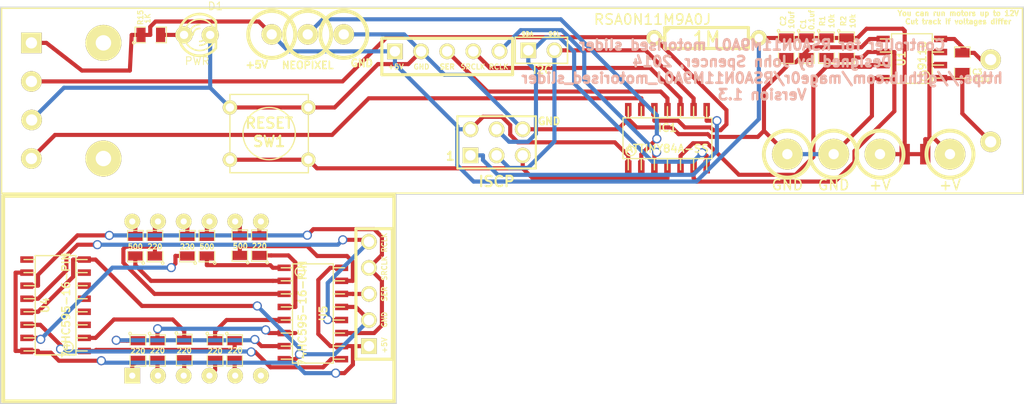
<source format=kicad_pcb>
(kicad_pcb (version 3) (host pcbnew "(2013-07-07 BZR 4022)-stable")

  (general
    (links 89)
    (no_connects 0)
    (area 11.770999 10.661 111.629001 50.794501)
    (thickness 1.6)
    (drawings 13)
    (tracks 399)
    (zones 0)
    (modules 38)
    (nets 46)
  )

  (page A3)
  (layers
    (15 F.Cu signal)
    (0 B.Cu signal)
    (16 B.Adhes user)
    (17 F.Adhes user)
    (18 B.Paste user)
    (19 F.Paste user)
    (20 B.SilkS user hide)
    (21 F.SilkS user)
    (22 B.Mask user)
    (23 F.Mask user)
    (24 Dwgs.User user)
    (25 Cmts.User user)
    (26 Eco1.User user)
    (27 Eco2.User user)
    (28 Edge.Cuts user)
  )

  (setup
    (last_trace_width 0.4)
    (trace_clearance 0.254)
    (zone_clearance 0.508)
    (zone_45_only no)
    (trace_min 0.254)
    (segment_width 0.2)
    (edge_width 0.1)
    (via_size 0.889)
    (via_drill 0.635)
    (via_min_size 0.889)
    (via_min_drill 0.508)
    (uvia_size 0.508)
    (uvia_drill 0.127)
    (uvias_allowed no)
    (uvia_min_size 0.508)
    (uvia_min_drill 0.127)
    (pcb_text_width 0.3)
    (pcb_text_size 1.5 1.5)
    (mod_edge_width 0.15)
    (mod_text_size 1 1)
    (mod_text_width 0.15)
    (pad_size 2 2)
    (pad_drill 1)
    (pad_to_mask_clearance 0)
    (aux_axis_origin 0 0)
    (visible_elements 7FFFFFFF)
    (pcbplotparams
      (layerselection 284196865)
      (usegerberextensions true)
      (excludeedgelayer true)
      (linewidth 0.150000)
      (plotframeref false)
      (viasonmask false)
      (mode 1)
      (useauxorigin false)
      (hpglpennumber 1)
      (hpglpenspeed 20)
      (hpglpendiameter 15)
      (hpglpenoverlay 2)
      (psnegative false)
      (psa4output false)
      (plotreference true)
      (plotvalue true)
      (plotothertext true)
      (plotinvisibletext false)
      (padsonsilk false)
      (subtractmaskfromsilk false)
      (outputformat 1)
      (mirror false)
      (drillshape 0)
      (scaleselection 1)
      (outputdirectory ../Photos/))
  )

  (net 0 "")
  (net 1 +12V)
  (net 2 GND)
  (net 3 N-0000011)
  (net 4 N-0000012)
  (net 5 N-0000013)
  (net 6 N-0000014)
  (net 7 N-0000015)
  (net 8 N-0000016)
  (net 9 N-0000017)
  (net 10 N-000002)
  (net 11 N-0000021)
  (net 12 N-0000022)
  (net 13 N-0000023)
  (net 14 N-0000024)
  (net 15 N-0000025)
  (net 16 N-0000026)
  (net 17 N-0000027)
  (net 18 N-0000028)
  (net 19 N-0000029)
  (net 20 N-0000030)
  (net 21 N-0000031)
  (net 22 N-0000033)
  (net 23 N-0000034)
  (net 24 N-0000035)
  (net 25 N-0000036)
  (net 26 N-0000037)
  (net 27 N-0000038)
  (net 28 N-0000039)
  (net 29 N-0000040)
  (net 30 N-0000041)
  (net 31 N-0000042)
  (net 32 N-0000045)
  (net 33 N-0000046)
  (net 34 N-0000047)
  (net 35 N-0000048)
  (net 36 N-0000049)
  (net 37 N-0000050)
  (net 38 N-0000051)
  (net 39 N-0000052)
  (net 40 N-0000053)
  (net 41 N-0000054)
  (net 42 N-000006)
  (net 43 N-000007)
  (net 44 N-000008)
  (net 45 N-000009)

  (net_class Default "This is the default net class."
    (clearance 0.254)
    (trace_width 0.4)
    (via_dia 0.889)
    (via_drill 0.635)
    (uvia_dia 0.508)
    (uvia_drill 0.127)
    (add_net "")
    (add_net +12V)
    (add_net GND)
    (add_net N-0000011)
    (add_net N-0000012)
    (add_net N-0000013)
    (add_net N-0000014)
    (add_net N-0000015)
    (add_net N-0000016)
    (add_net N-0000017)
    (add_net N-000002)
    (add_net N-0000021)
    (add_net N-0000022)
    (add_net N-0000023)
    (add_net N-0000024)
    (add_net N-0000025)
    (add_net N-0000026)
    (add_net N-0000027)
    (add_net N-0000028)
    (add_net N-0000029)
    (add_net N-0000030)
    (add_net N-0000031)
    (add_net N-0000033)
    (add_net N-0000034)
    (add_net N-0000035)
    (add_net N-0000036)
    (add_net N-0000037)
    (add_net N-0000038)
    (add_net N-0000039)
    (add_net N-0000040)
    (add_net N-0000041)
    (add_net N-0000042)
    (add_net N-0000045)
    (add_net N-0000046)
    (add_net N-0000047)
    (add_net N-0000048)
    (add_net N-0000049)
    (add_net N-0000050)
    (add_net N-0000051)
    (add_net N-0000052)
    (add_net N-0000053)
    (add_net N-0000054)
    (add_net N-000006)
    (add_net N-000007)
    (add_net N-000008)
    (add_net N-000009)
  )

  (module so-8 (layer F.Cu) (tedit 48A6C16E) (tstamp 52D21746)
    (at 100.55 17 90)
    (descr SO-8)
    (path /52D17394)
    (attr smd)
    (fp_text reference U1 (at 0 -1.016 90) (layer F.SilkS)
      (effects (font (size 0.7493 0.7493) (thickness 0.14986)))
    )
    (fp_text value L9110 (at 0 1.016 90) (layer F.SilkS)
      (effects (font (size 0.7493 0.7493) (thickness 0.14986)))
    )
    (fp_line (start -2.413 -1.9812) (end -2.413 1.9812) (layer F.SilkS) (width 0.127))
    (fp_line (start -2.413 1.9812) (end 2.413 1.9812) (layer F.SilkS) (width 0.127))
    (fp_line (start 2.413 1.9812) (end 2.413 -1.9812) (layer F.SilkS) (width 0.127))
    (fp_line (start 2.413 -1.9812) (end -2.413 -1.9812) (layer F.SilkS) (width 0.127))
    (fp_line (start -1.905 -1.9812) (end -1.905 -3.0734) (layer F.SilkS) (width 0.127))
    (fp_line (start -0.635 -1.9812) (end -0.635 -3.0734) (layer F.SilkS) (width 0.127))
    (fp_line (start 0.635 -1.9812) (end 0.635 -3.0734) (layer F.SilkS) (width 0.127))
    (fp_line (start 1.905 -3.0734) (end 1.905 -1.9812) (layer F.SilkS) (width 0.127))
    (fp_line (start 1.905 1.9812) (end 1.905 3.0734) (layer F.SilkS) (width 0.127))
    (fp_line (start 0.635 3.0734) (end 0.635 1.9812) (layer F.SilkS) (width 0.127))
    (fp_line (start -0.635 3.0734) (end -0.635 1.9812) (layer F.SilkS) (width 0.127))
    (fp_line (start -1.905 3.0734) (end -1.905 1.9812) (layer F.SilkS) (width 0.127))
    (fp_circle (center -1.6764 1.2446) (end -1.9558 1.6256) (layer F.SilkS) (width 0.127))
    (pad 1 smd rect (at -1.905 2.794 90) (size 0.635 1.27)
      (layers F.Cu F.Paste F.Mask)
      (net 31 N-0000042)
    )
    (pad 2 smd rect (at -0.635 2.794 90) (size 0.635 1.27)
      (layers F.Cu F.Paste F.Mask)
      (net 1 +12V)
    )
    (pad 3 smd rect (at 0.635 2.794 90) (size 0.635 1.27)
      (layers F.Cu F.Paste F.Mask)
      (net 1 +12V)
    )
    (pad 4 smd rect (at 1.905 2.794 90) (size 0.635 1.27)
      (layers F.Cu F.Paste F.Mask)
      (net 30 N-0000041)
    )
    (pad 5 smd rect (at 1.905 -2.794 90) (size 0.635 1.27)
      (layers F.Cu F.Paste F.Mask)
      (net 2 GND)
    )
    (pad 6 smd rect (at 0.635 -2.794 90) (size 0.635 1.27)
      (layers F.Cu F.Paste F.Mask)
      (net 39 N-0000052)
    )
    (pad 7 smd rect (at -0.635 -2.794 90) (size 0.635 1.27)
      (layers F.Cu F.Paste F.Mask)
      (net 38 N-0000051)
    )
    (pad 8 smd rect (at -1.905 -2.794 90) (size 0.635 1.27)
      (layers F.Cu F.Paste F.Mask)
      (net 2 GND)
    )
    (model smd/smd_dil/so-8.wrl
      (at (xyz 0 0 0))
      (scale (xyz 1 1 1))
      (rotate (xyz 0 0 0))
    )
  )

  (module SM0805 (layer F.Cu) (tedit 52DE4A87) (tstamp 52D21753)
    (at 90.3 15.95 270)
    (path /52D16BBC)
    (attr smd)
    (fp_text reference C1 (at -2.3 0.3 270) (layer F.SilkS)
      (effects (font (size 0.50038 0.50038) (thickness 0.10922)))
    )
    (fp_text value 0.1uf (at -2.7 -0.5 270) (layer F.SilkS)
      (effects (font (size 0.50038 0.50038) (thickness 0.10922)))
    )
    (fp_circle (center -1.651 0.762) (end -1.651 0.635) (layer F.SilkS) (width 0.09906))
    (fp_line (start -0.508 0.762) (end -1.524 0.762) (layer F.SilkS) (width 0.09906))
    (fp_line (start -1.524 0.762) (end -1.524 -0.762) (layer F.SilkS) (width 0.09906))
    (fp_line (start -1.524 -0.762) (end -0.508 -0.762) (layer F.SilkS) (width 0.09906))
    (fp_line (start 0.508 -0.762) (end 1.524 -0.762) (layer F.SilkS) (width 0.09906))
    (fp_line (start 1.524 -0.762) (end 1.524 0.762) (layer F.SilkS) (width 0.09906))
    (fp_line (start 1.524 0.762) (end 0.508 0.762) (layer F.SilkS) (width 0.09906))
    (pad 1 smd rect (at -0.9525 0 270) (size 0.889 1.397)
      (layers F.Cu F.Paste F.Mask)
      (net 1 +12V)
    )
    (pad 2 smd rect (at 0.9525 0 270) (size 0.889 1.397)
      (layers F.Cu F.Paste F.Mask)
      (net 2 GND)
    )
    (model smd/chip_cms.wrl
      (at (xyz 0 0 0))
      (scale (xyz 0.1 0.1 0.1))
      (rotate (xyz 0 0 0))
    )
  )

  (module SM0805 (layer F.Cu) (tedit 52E0D871) (tstamp 52D21760)
    (at 88.35 15.95 270)
    (path /52D16BFE)
    (attr smd)
    (fp_text reference C2 (at -2.6 0.3 270) (layer F.SilkS)
      (effects (font (size 0.50038 0.50038) (thickness 0.10922)))
    )
    (fp_text value 10uf (at -2.7 -0.5 270) (layer F.SilkS)
      (effects (font (size 0.50038 0.50038) (thickness 0.10922)))
    )
    (fp_circle (center -1.651 0.762) (end -1.651 0.635) (layer F.SilkS) (width 0.09906))
    (fp_line (start -0.508 0.762) (end -1.524 0.762) (layer F.SilkS) (width 0.09906))
    (fp_line (start -1.524 0.762) (end -1.524 -0.762) (layer F.SilkS) (width 0.09906))
    (fp_line (start -1.524 -0.762) (end -0.508 -0.762) (layer F.SilkS) (width 0.09906))
    (fp_line (start 0.508 -0.762) (end 1.524 -0.762) (layer F.SilkS) (width 0.09906))
    (fp_line (start 1.524 -0.762) (end 1.524 0.762) (layer F.SilkS) (width 0.09906))
    (fp_line (start 1.524 0.762) (end 0.508 0.762) (layer F.SilkS) (width 0.09906))
    (pad 1 smd rect (at -0.9525 0 270) (size 0.889 1.397)
      (layers F.Cu F.Paste F.Mask)
      (net 1 +12V)
    )
    (pad 2 smd rect (at 0.9525 0 270) (size 0.889 1.397)
      (layers F.Cu F.Paste F.Mask)
      (net 2 GND)
    )
    (model smd/chip_cms.wrl
      (at (xyz 0 0 0))
      (scale (xyz 0.1 0.1 0.1))
      (rotate (xyz 0 0 0))
    )
  )

  (module SM0805 (layer F.Cu) (tedit 52E0D86A) (tstamp 52D2176D)
    (at 92.25 15.95 270)
    (path /52D17404)
    (attr smd)
    (fp_text reference R1 (at -2.6 0.4 270) (layer F.SilkS)
      (effects (font (size 0.50038 0.50038) (thickness 0.10922)))
    )
    (fp_text value 10k (at -2.6 -0.5 270) (layer F.SilkS)
      (effects (font (size 0.50038 0.50038) (thickness 0.10922)))
    )
    (fp_circle (center -1.651 0.762) (end -1.651 0.635) (layer F.SilkS) (width 0.09906))
    (fp_line (start -0.508 0.762) (end -1.524 0.762) (layer F.SilkS) (width 0.09906))
    (fp_line (start -1.524 0.762) (end -1.524 -0.762) (layer F.SilkS) (width 0.09906))
    (fp_line (start -1.524 -0.762) (end -0.508 -0.762) (layer F.SilkS) (width 0.09906))
    (fp_line (start 0.508 -0.762) (end 1.524 -0.762) (layer F.SilkS) (width 0.09906))
    (fp_line (start 1.524 -0.762) (end 1.524 0.762) (layer F.SilkS) (width 0.09906))
    (fp_line (start 1.524 0.762) (end 0.508 0.762) (layer F.SilkS) (width 0.09906))
    (pad 1 smd rect (at -0.9525 0 270) (size 0.889 1.397)
      (layers F.Cu F.Paste F.Mask)
      (net 1 +12V)
    )
    (pad 2 smd rect (at 0.9525 0 270) (size 0.889 1.397)
      (layers F.Cu F.Paste F.Mask)
      (net 38 N-0000051)
    )
    (model smd/chip_cms.wrl
      (at (xyz 0 0 0))
      (scale (xyz 0.1 0.1 0.1))
      (rotate (xyz 0 0 0))
    )
  )

  (module SM0805 (layer F.Cu) (tedit 52E0D878) (tstamp 52D2177A)
    (at 94.2 15.95 270)
    (path /52D17426)
    (attr smd)
    (fp_text reference R2 (at -2.6 0.3 270) (layer F.SilkS)
      (effects (font (size 0.50038 0.50038) (thickness 0.10922)))
    )
    (fp_text value 10k (at -2.6 -0.6 270) (layer F.SilkS)
      (effects (font (size 0.50038 0.50038) (thickness 0.10922)))
    )
    (fp_circle (center -1.651 0.762) (end -1.651 0.635) (layer F.SilkS) (width 0.09906))
    (fp_line (start -0.508 0.762) (end -1.524 0.762) (layer F.SilkS) (width 0.09906))
    (fp_line (start -1.524 0.762) (end -1.524 -0.762) (layer F.SilkS) (width 0.09906))
    (fp_line (start -1.524 -0.762) (end -0.508 -0.762) (layer F.SilkS) (width 0.09906))
    (fp_line (start 0.508 -0.762) (end 1.524 -0.762) (layer F.SilkS) (width 0.09906))
    (fp_line (start 1.524 -0.762) (end 1.524 0.762) (layer F.SilkS) (width 0.09906))
    (fp_line (start 1.524 0.762) (end 0.508 0.762) (layer F.SilkS) (width 0.09906))
    (pad 1 smd rect (at -0.9525 0 270) (size 0.889 1.397)
      (layers F.Cu F.Paste F.Mask)
      (net 1 +12V)
    )
    (pad 2 smd rect (at 0.9525 0 270) (size 0.889 1.397)
      (layers F.Cu F.Paste F.Mask)
      (net 39 N-0000052)
    )
    (model smd/chip_cms.wrl
      (at (xyz 0 0 0))
      (scale (xyz 0.1 0.1 0.1))
      (rotate (xyz 0 0 0))
    )
  )

  (module SM0805 (layer F.Cu) (tedit 5313A1DF) (tstamp 52D21860)
    (at 105.45 17.4 90)
    (path /52D1799E)
    (attr smd)
    (fp_text reference C3 (at -0.9 1.45 180) (layer F.SilkS)
      (effects (font (size 0.50038 0.50038) (thickness 0.10922)))
    )
    (fp_text value 0.1uf (at -1.6 1.95 180) (layer F.SilkS)
      (effects (font (size 0.50038 0.50038) (thickness 0.10922)))
    )
    (fp_circle (center -1.651 0.762) (end -1.651 0.635) (layer F.SilkS) (width 0.09906))
    (fp_line (start -0.508 0.762) (end -1.524 0.762) (layer F.SilkS) (width 0.09906))
    (fp_line (start -1.524 0.762) (end -1.524 -0.762) (layer F.SilkS) (width 0.09906))
    (fp_line (start -1.524 -0.762) (end -0.508 -0.762) (layer F.SilkS) (width 0.09906))
    (fp_line (start 0.508 -0.762) (end 1.524 -0.762) (layer F.SilkS) (width 0.09906))
    (fp_line (start 1.524 -0.762) (end 1.524 0.762) (layer F.SilkS) (width 0.09906))
    (fp_line (start 1.524 0.762) (end 0.508 0.762) (layer F.SilkS) (width 0.09906))
    (pad 1 smd rect (at -0.9525 0 90) (size 0.889 1.397)
      (layers F.Cu F.Paste F.Mask)
      (net 31 N-0000042)
    )
    (pad 2 smd rect (at 0.9525 0 90) (size 0.889 1.397)
      (layers F.Cu F.Paste F.Mask)
      (net 30 N-0000041)
    )
    (model smd/chip_cms.wrl
      (at (xyz 0 0 0))
      (scale (xyz 0.1 0.1 0.1))
      (rotate (xyz 0 0 0))
    )
  )

  (module R4 (layer F.Cu) (tedit 52DE4B4A) (tstamp 52E3ED4D)
    (at 80.6 15)
    (descr "Resitance 4 pas")
    (tags R)
    (path /52D2122A)
    (autoplace_cost180 10)
    (fp_text reference R3 (at 0 -1.9) (layer F.SilkS) hide
      (effects (font (size 1.397 1.27) (thickness 0.2032)))
    )
    (fp_text value 1M (at 0 0.1) (layer F.SilkS)
      (effects (font (size 1.397 1.27) (thickness 0.2032)))
    )
    (fp_line (start -5.08 0) (end -4.064 0) (layer F.SilkS) (width 0.3048))
    (fp_line (start -4.064 0) (end -4.064 -1.016) (layer F.SilkS) (width 0.3048))
    (fp_line (start -4.064 -1.016) (end 4.064 -1.016) (layer F.SilkS) (width 0.3048))
    (fp_line (start 4.064 -1.016) (end 4.064 1.016) (layer F.SilkS) (width 0.3048))
    (fp_line (start 4.064 1.016) (end -4.064 1.016) (layer F.SilkS) (width 0.3048))
    (fp_line (start -4.064 1.016) (end -4.064 0) (layer F.SilkS) (width 0.3048))
    (fp_line (start -4.064 -0.508) (end -3.556 -1.016) (layer F.SilkS) (width 0.3048))
    (fp_line (start 5.08 0) (end 4.064 0) (layer F.SilkS) (width 0.3048))
    (pad 1 thru_hole circle (at -5.08 0) (size 1.524 1.524) (drill 0.8128)
      (layers *.Cu *.Mask F.SilkS)
      (net 36 N-0000049)
    )
    (pad 2 thru_hole circle (at 5.08 0) (size 1.524 1.524) (drill 0.8128)
      (layers *.Cu *.Mask F.SilkS)
      (net 1 +12V)
    )
    (model discret/resistor.wrl
      (at (xyz 0 0 0))
      (scale (xyz 0.4 0.4 0.4))
      (rotate (xyz 0 0 0))
    )
  )

  (module 1pin_slider (layer F.Cu) (tedit 53203D11) (tstamp 52D217A1)
    (at 41.85 14.65)
    (descr "module 1 pin")
    (tags DEV)
    (path /52E395C8)
    (fp_text reference P2 (at 0 -3.1) (layer F.SilkS) hide
      (effects (font (size 1.016 1.016) (thickness 0.254)))
    )
    (fp_text value NEOPIXEL (at 0 3) (layer F.SilkS)
      (effects (font (size 0.7 0.7) (thickness 0.15)))
    )
    (fp_circle (center 0 0) (end 0 -2.286) (layer F.SilkS) (width 0.381))
    (pad 1 thru_hole circle (at 0 0) (size 2 2) (drill 1)
      (layers *.Cu *.Mask F.SilkS)
      (net 35 N-0000048)
    )
  )

  (module 1pin_slider (layer F.Cu) (tedit 52E249EB) (tstamp 52D4F1CE)
    (at 88.45 26.3)
    (descr "module 1 pin")
    (tags DEV)
    (path /52D4F14F)
    (fp_text reference P7 (at 0 -3.048) (layer F.SilkS) hide
      (effects (font (size 1.016 1.016) (thickness 0.254)))
    )
    (fp_text value GND (at 0 3) (layer F.SilkS)
      (effects (font (size 1 1) (thickness 0.15)))
    )
    (fp_circle (center 0 0) (end 0 -2.286) (layer F.SilkS) (width 0.381))
    (pad 1 thru_hole circle (at 0 0) (size 3 3) (drill 1)
      (layers *.Cu *.Mask F.SilkS)
      (net 2 GND)
    )
  )

  (module 1pin_slider (layer F.Cu) (tedit 53121D35) (tstamp 52D4F1C8)
    (at 104.25 26.3)
    (descr "module 1 pin")
    (tags DEV)
    (path /52D4F149)
    (fp_text reference P6 (at 0 -3.048) (layer F.SilkS) hide
      (effects (font (size 1.016 1.016) (thickness 0.254)))
    )
    (fp_text value +V (at 0 3) (layer F.SilkS)
      (effects (font (size 1 1) (thickness 0.15)))
    )
    (fp_circle (center 0 0) (end 0 -2.286) (layer F.SilkS) (width 0.381))
    (pad 1 thru_hole circle (at 0 0) (size 3 3) (drill 1)
      (layers *.Cu *.Mask F.SilkS)
      (net 1 +12V)
    )
  )

  (module 1pin_slider (layer F.Cu) (tedit 52E249F1) (tstamp 52E24944)
    (at 92.95 26.3)
    (descr "module 1 pin")
    (tags DEV)
    (path /52E248E7)
    (fp_text reference P9 (at 0 -3.048) (layer F.SilkS) hide
      (effects (font (size 1.016 1.016) (thickness 0.254)))
    )
    (fp_text value GND (at 0 3) (layer F.SilkS)
      (effects (font (size 1 1) (thickness 0.15)))
    )
    (fp_circle (center 0 0) (end 0 -2.286) (layer F.SilkS) (width 0.381))
    (pad 1 thru_hole circle (at 0 0) (size 3 3) (drill 1)
      (layers *.Cu *.Mask F.SilkS)
      (net 2 GND)
    )
  )

  (module 1pin_slider (layer F.Cu) (tedit 53121D2F) (tstamp 52E2494A)
    (at 97.45 26.3)
    (descr "module 1 pin")
    (tags DEV)
    (path /52E248EF)
    (fp_text reference P8 (at 0 -3.048) (layer F.SilkS) hide
      (effects (font (size 1.016 1.016) (thickness 0.254)))
    )
    (fp_text value +V (at 0 3) (layer F.SilkS)
      (effects (font (size 1 1) (thickness 0.15)))
    )
    (fp_circle (center 0 0) (end 0 -2.286) (layer F.SilkS) (width 0.381))
    (pad 1 thru_hole circle (at 0 0) (size 3 3) (drill 1)
      (layers *.Cu *.Mask F.SilkS)
      (net 1 +12V)
    )
  )

  (module break_connection (layer F.Cu) (tedit 52E24E3F) (tstamp 52E2D534)
    (at 100.85 24.3)
    (path /52E24E03)
    (fp_text reference U3 (at 0 3.75) (layer F.SilkS) hide
      (effects (font (size 1 1) (thickness 0.15)))
    )
    (fp_text value BREAK_CONNECTION (at 0 0) (layer F.SilkS) hide
      (effects (font (size 1 1) (thickness 0.15)))
    )
    (pad 1 connect rect (at -1 2) (size 1 2)
      (layers F.Cu F.Mask)
      (net 1 +12V)
    )
    (pad 2 connect rect (at 1 2) (size 1 2)
      (layers F.Cu F.Mask)
      (net 1 +12V)
    )
  )

  (module SW_PUSH_SMALL (layer F.Cu) (tedit 46544DB3) (tstamp 52E3D699)
    (at 38.1 24.3 180)
    (path /52E38B00)
    (fp_text reference SW1 (at 0 -0.762 180) (layer F.SilkS)
      (effects (font (size 1.016 1.016) (thickness 0.2032)))
    )
    (fp_text value RESET (at 0 1.016 180) (layer F.SilkS)
      (effects (font (size 1.016 1.016) (thickness 0.2032)))
    )
    (fp_circle (center 0 0) (end 0 -2.54) (layer F.SilkS) (width 0.127))
    (fp_line (start -3.81 -3.81) (end 3.81 -3.81) (layer F.SilkS) (width 0.127))
    (fp_line (start 3.81 -3.81) (end 3.81 3.81) (layer F.SilkS) (width 0.127))
    (fp_line (start 3.81 3.81) (end -3.81 3.81) (layer F.SilkS) (width 0.127))
    (fp_line (start -3.81 -3.81) (end -3.81 3.81) (layer F.SilkS) (width 0.127))
    (pad 1 thru_hole circle (at 3.81 -2.54 180) (size 1.397 1.397) (drill 0.8128)
      (layers *.Cu *.Mask F.SilkS)
      (net 40 N-0000053)
    )
    (pad 2 thru_hole circle (at 3.81 2.54 180) (size 1.397 1.397) (drill 0.8128)
      (layers *.Cu *.Mask F.SilkS)
      (net 2 GND)
    )
    (pad 1 thru_hole circle (at -3.81 -2.54 180) (size 1.397 1.397) (drill 0.8128)
      (layers *.Cu *.Mask F.SilkS)
      (net 40 N-0000053)
    )
    (pad 2 thru_hole circle (at -3.81 2.54 180) (size 1.397 1.397) (drill 0.8128)
      (layers *.Cu *.Mask F.SilkS)
      (net 2 GND)
    )
  )

  (module so-16 (layer F.Cu) (tedit 48A6B110) (tstamp 52E3E660)
    (at 42.35 41.8 270)
    (descr SO-16)
    (path /52E3B371)
    (attr smd)
    (fp_text reference U5 (at 0 -1.016 270) (layer F.SilkS)
      (effects (font (size 0.7493 0.7493) (thickness 0.14986)))
    )
    (fp_text value 74HC595-16-PIN (at 0 1.016 270) (layer F.SilkS)
      (effects (font (size 0.7493 0.7493) (thickness 0.14986)))
    )
    (fp_line (start -1.905 -1.9812) (end -1.905 -3.0734) (layer F.SilkS) (width 0.127))
    (fp_line (start -0.635 -1.9812) (end -0.635 -3.0734) (layer F.SilkS) (width 0.127))
    (fp_line (start 0.635 -1.9812) (end 0.635 -3.0734) (layer F.SilkS) (width 0.127))
    (fp_line (start -3.175 -1.9812) (end -3.175 -3.0734) (layer F.SilkS) (width 0.127))
    (fp_line (start -4.445 -3.0734) (end -4.445 -1.9812) (layer F.SilkS) (width 0.127))
    (fp_line (start 1.905 -3.0734) (end 1.905 -1.9812) (layer F.SilkS) (width 0.127))
    (fp_line (start 3.175 -3.0734) (end 3.175 -1.9812) (layer F.SilkS) (width 0.127))
    (fp_line (start 4.445 -3.0734) (end 4.445 -1.9812) (layer F.SilkS) (width 0.127))
    (fp_line (start 4.445 1.9812) (end 4.445 3.0734) (layer F.SilkS) (width 0.127))
    (fp_line (start 3.175 1.9812) (end 3.175 3.0734) (layer F.SilkS) (width 0.127))
    (fp_line (start 1.905 1.9812) (end 1.905 3.0734) (layer F.SilkS) (width 0.127))
    (fp_line (start -4.445 1.9812) (end -4.445 3.0734) (layer F.SilkS) (width 0.127))
    (fp_line (start -3.175 3.0734) (end -3.175 1.9812) (layer F.SilkS) (width 0.127))
    (fp_line (start 0.635 3.0734) (end 0.635 1.9812) (layer F.SilkS) (width 0.127))
    (fp_line (start -0.635 3.0734) (end -0.635 1.9812) (layer F.SilkS) (width 0.127))
    (fp_line (start -1.905 3.0734) (end -1.905 1.9812) (layer F.SilkS) (width 0.127))
    (fp_circle (center -4.064 1.2446) (end -4.3434 1.6256) (layer F.SilkS) (width 0.127))
    (fp_line (start -4.826 -1.9812) (end -4.826 1.9812) (layer F.SilkS) (width 0.127))
    (fp_line (start -4.826 1.9812) (end 4.826 1.9812) (layer F.SilkS) (width 0.127))
    (fp_line (start 4.826 1.9812) (end 4.826 -1.9812) (layer F.SilkS) (width 0.127))
    (fp_line (start 4.826 -1.9812) (end -4.826 -1.9812) (layer F.SilkS) (width 0.127))
    (pad 1 smd rect (at -4.445 2.794 270) (size 0.635 1.27)
      (layers F.Cu F.Paste F.Mask)
      (net 15 N-0000025)
    )
    (pad 2 smd rect (at -3.175 2.794 270) (size 0.635 1.27)
      (layers F.Cu F.Paste F.Mask)
      (net 44 N-000008)
    )
    (pad 3 smd rect (at -1.905 2.794 270) (size 0.635 1.27)
      (layers F.Cu F.Paste F.Mask)
      (net 14 N-0000024)
    )
    (pad 4 smd rect (at -0.635 2.794 270) (size 0.635 1.27)
      (layers F.Cu F.Paste F.Mask)
      (net 19 N-0000029)
    )
    (pad 5 smd rect (at 0.635 2.794 270) (size 0.635 1.27)
      (layers F.Cu F.Paste F.Mask)
      (net 13 N-0000023)
    )
    (pad 6 smd rect (at 1.905 2.794 270) (size 0.635 1.27)
      (layers F.Cu F.Paste F.Mask)
      (net 18 N-0000028)
    )
    (pad 7 smd rect (at 3.175 2.794 270) (size 0.635 1.27)
      (layers F.Cu F.Paste F.Mask)
      (net 12 N-0000022)
    )
    (pad 8 smd rect (at 4.445 2.794 270) (size 0.635 1.27)
      (layers F.Cu F.Paste F.Mask)
      (net 6 N-0000014)
    )
    (pad 9 smd rect (at 4.445 -2.794 270) (size 0.635 1.27)
      (layers F.Cu F.Paste F.Mask)
      (net 3 N-0000011)
    )
    (pad 10 smd rect (at 3.175 -2.794 270) (size 0.635 1.27)
      (layers F.Cu F.Paste F.Mask)
      (net 7 N-0000015)
    )
    (pad 11 smd rect (at 1.905 -2.794 270) (size 0.635 1.27)
      (layers F.Cu F.Paste F.Mask)
      (net 4 N-0000012)
    )
    (pad 12 smd rect (at 0.635 -2.794 270) (size 0.635 1.27)
      (layers F.Cu F.Paste F.Mask)
      (net 10 N-000002)
    )
    (pad 13 smd rect (at -0.635 -2.794 270) (size 0.635 1.27)
      (layers F.Cu F.Paste F.Mask)
      (net 6 N-0000014)
    )
    (pad 14 smd rect (at -1.905 -2.794 270) (size 0.635 1.27)
      (layers F.Cu F.Paste F.Mask)
      (net 5 N-0000013)
    )
    (pad 15 smd rect (at -3.175 -2.794 270) (size 0.635 1.27)
      (layers F.Cu F.Paste F.Mask)
      (net 23 N-0000034)
    )
    (pad 16 smd rect (at -4.445 -2.794 270) (size 0.635 1.27)
      (layers F.Cu F.Paste F.Mask)
      (net 7 N-0000015)
    )
    (model smd/smd_dil/so-16.wrl
      (at (xyz 0 0 0))
      (scale (xyz 1 1 1))
      (rotate (xyz 0 0 0))
    )
  )

  (module so-16 (layer F.Cu) (tedit 48A6B110) (tstamp 52E3D6EB)
    (at 17.35 41 90)
    (descr SO-16)
    (path /52E3B3AB)
    (attr smd)
    (fp_text reference U4 (at 0 -1.016 90) (layer F.SilkS)
      (effects (font (size 0.7493 0.7493) (thickness 0.14986)))
    )
    (fp_text value 74HC595-16-PIN (at 0 1.016 90) (layer F.SilkS)
      (effects (font (size 0.7493 0.7493) (thickness 0.14986)))
    )
    (fp_line (start -1.905 -1.9812) (end -1.905 -3.0734) (layer F.SilkS) (width 0.127))
    (fp_line (start -0.635 -1.9812) (end -0.635 -3.0734) (layer F.SilkS) (width 0.127))
    (fp_line (start 0.635 -1.9812) (end 0.635 -3.0734) (layer F.SilkS) (width 0.127))
    (fp_line (start -3.175 -1.9812) (end -3.175 -3.0734) (layer F.SilkS) (width 0.127))
    (fp_line (start -4.445 -3.0734) (end -4.445 -1.9812) (layer F.SilkS) (width 0.127))
    (fp_line (start 1.905 -3.0734) (end 1.905 -1.9812) (layer F.SilkS) (width 0.127))
    (fp_line (start 3.175 -3.0734) (end 3.175 -1.9812) (layer F.SilkS) (width 0.127))
    (fp_line (start 4.445 -3.0734) (end 4.445 -1.9812) (layer F.SilkS) (width 0.127))
    (fp_line (start 4.445 1.9812) (end 4.445 3.0734) (layer F.SilkS) (width 0.127))
    (fp_line (start 3.175 1.9812) (end 3.175 3.0734) (layer F.SilkS) (width 0.127))
    (fp_line (start 1.905 1.9812) (end 1.905 3.0734) (layer F.SilkS) (width 0.127))
    (fp_line (start -4.445 1.9812) (end -4.445 3.0734) (layer F.SilkS) (width 0.127))
    (fp_line (start -3.175 3.0734) (end -3.175 1.9812) (layer F.SilkS) (width 0.127))
    (fp_line (start 0.635 3.0734) (end 0.635 1.9812) (layer F.SilkS) (width 0.127))
    (fp_line (start -0.635 3.0734) (end -0.635 1.9812) (layer F.SilkS) (width 0.127))
    (fp_line (start -1.905 3.0734) (end -1.905 1.9812) (layer F.SilkS) (width 0.127))
    (fp_circle (center -4.064 1.2446) (end -4.3434 1.6256) (layer F.SilkS) (width 0.127))
    (fp_line (start -4.826 -1.9812) (end -4.826 1.9812) (layer F.SilkS) (width 0.127))
    (fp_line (start -4.826 1.9812) (end 4.826 1.9812) (layer F.SilkS) (width 0.127))
    (fp_line (start 4.826 1.9812) (end 4.826 -1.9812) (layer F.SilkS) (width 0.127))
    (fp_line (start 4.826 -1.9812) (end -4.826 -1.9812) (layer F.SilkS) (width 0.127))
    (pad 1 smd rect (at -4.445 2.794 90) (size 0.635 1.27)
      (layers F.Cu F.Paste F.Mask)
      (net 11 N-0000021)
    )
    (pad 2 smd rect (at -3.175 2.794 90) (size 0.635 1.27)
      (layers F.Cu F.Paste F.Mask)
      (net 16 N-0000026)
    )
    (pad 3 smd rect (at -1.905 2.794 90) (size 0.635 1.27)
      (layers F.Cu F.Paste F.Mask)
    )
    (pad 4 smd rect (at -0.635 2.794 90) (size 0.635 1.27)
      (layers F.Cu F.Paste F.Mask)
    )
    (pad 5 smd rect (at 0.635 2.794 90) (size 0.635 1.27)
      (layers F.Cu F.Paste F.Mask)
    )
    (pad 6 smd rect (at 1.905 2.794 90) (size 0.635 1.27)
      (layers F.Cu F.Paste F.Mask)
    )
    (pad 7 smd rect (at 3.175 2.794 90) (size 0.635 1.27)
      (layers F.Cu F.Paste F.Mask)
    )
    (pad 8 smd rect (at 4.445 2.794 90) (size 0.635 1.27)
      (layers F.Cu F.Paste F.Mask)
      (net 6 N-0000014)
    )
    (pad 9 smd rect (at 4.445 -2.794 90) (size 0.635 1.27)
      (layers F.Cu F.Paste F.Mask)
    )
    (pad 10 smd rect (at 3.175 -2.794 90) (size 0.635 1.27)
      (layers F.Cu F.Paste F.Mask)
      (net 7 N-0000015)
    )
    (pad 11 smd rect (at 1.905 -2.794 90) (size 0.635 1.27)
      (layers F.Cu F.Paste F.Mask)
      (net 4 N-0000012)
    )
    (pad 12 smd rect (at 0.635 -2.794 90) (size 0.635 1.27)
      (layers F.Cu F.Paste F.Mask)
      (net 10 N-000002)
    )
    (pad 13 smd rect (at -0.635 -2.794 90) (size 0.635 1.27)
      (layers F.Cu F.Paste F.Mask)
      (net 6 N-0000014)
    )
    (pad 14 smd rect (at -1.905 -2.794 90) (size 0.635 1.27)
      (layers F.Cu F.Paste F.Mask)
      (net 3 N-0000011)
    )
    (pad 15 smd rect (at -3.175 -2.794 90) (size 0.635 1.27)
      (layers F.Cu F.Paste F.Mask)
      (net 17 N-0000027)
    )
    (pad 16 smd rect (at -4.445 -2.794 90) (size 0.635 1.27)
      (layers F.Cu F.Paste F.Mask)
      (net 7 N-0000015)
    )
    (model smd/smd_dil/so-16.wrl
      (at (xyz 0 0 0))
      (scale (xyz 1 1 1))
      (rotate (xyz 0 0 0))
    )
  )

  (module so-14 (layer F.Cu) (tedit 48A6BF8F) (tstamp 52E3D710)
    (at 76.8 24.75)
    (descr SO-14)
    (path /52E3898C)
    (attr smd)
    (fp_text reference IC1 (at 0 -1.016) (layer F.SilkS)
      (effects (font (size 0.7493 0.7493) (thickness 0.14986)))
    )
    (fp_text value ATTINY84A-SS (at 0 1.016) (layer F.SilkS)
      (effects (font (size 0.7493 0.7493) (thickness 0.14986)))
    )
    (fp_line (start -4.318 -1.9812) (end -4.318 1.9812) (layer F.SilkS) (width 0.127))
    (fp_line (start -4.318 1.9812) (end 4.318 1.9812) (layer F.SilkS) (width 0.127))
    (fp_line (start 4.318 1.9812) (end 4.318 -1.9812) (layer F.SilkS) (width 0.127))
    (fp_line (start 4.318 -1.9812) (end -4.318 -1.9812) (layer F.SilkS) (width 0.127))
    (fp_line (start -2.54 -1.9812) (end -2.54 -3.0734) (layer F.SilkS) (width 0.127))
    (fp_line (start -1.27 -1.9812) (end -1.27 -3.0734) (layer F.SilkS) (width 0.127))
    (fp_line (start 0 -1.9812) (end 0 -3.0734) (layer F.SilkS) (width 0.127))
    (fp_line (start -3.81 -1.9812) (end -3.81 -3.0734) (layer F.SilkS) (width 0.127))
    (fp_line (start 1.27 -3.0734) (end 1.27 -1.9812) (layer F.SilkS) (width 0.127))
    (fp_line (start 2.54 -3.0734) (end 2.54 -1.9812) (layer F.SilkS) (width 0.127))
    (fp_line (start 3.81 -3.0734) (end 3.81 -1.9812) (layer F.SilkS) (width 0.127))
    (fp_line (start 3.81 1.9812) (end 3.81 3.0734) (layer F.SilkS) (width 0.127))
    (fp_line (start 2.54 1.9812) (end 2.54 3.0734) (layer F.SilkS) (width 0.127))
    (fp_line (start -3.81 1.9812) (end -3.81 3.0734) (layer F.SilkS) (width 0.127))
    (fp_line (start -2.54 3.0734) (end -2.54 1.9812) (layer F.SilkS) (width 0.127))
    (fp_line (start 1.27 3.0734) (end 1.27 1.9812) (layer F.SilkS) (width 0.127))
    (fp_line (start 0 3.0734) (end 0 1.9812) (layer F.SilkS) (width 0.127))
    (fp_line (start -1.27 3.0734) (end -1.27 1.9812) (layer F.SilkS) (width 0.127))
    (fp_circle (center -3.5814 1.2446) (end -3.8608 1.6256) (layer F.SilkS) (width 0.127))
    (pad 1 smd rect (at -3.81 2.794) (size 0.635 1.27)
      (layers F.Cu F.Paste F.Mask)
      (net 1 +12V)
    )
    (pad 2 smd rect (at -2.54 2.794) (size 0.635 1.27)
      (layers F.Cu F.Paste F.Mask)
      (net 35 N-0000048)
    )
    (pad 3 smd rect (at -1.27 2.794) (size 0.635 1.27)
      (layers F.Cu F.Paste F.Mask)
      (net 8 N-0000016)
    )
    (pad 4 smd rect (at 0 2.794) (size 0.635 1.27)
      (layers F.Cu F.Paste F.Mask)
      (net 40 N-0000053)
    )
    (pad 5 smd rect (at 1.27 2.794) (size 0.635 1.27)
      (layers F.Cu F.Paste F.Mask)
      (net 38 N-0000051)
    )
    (pad 6 smd rect (at 2.54 2.794) (size 0.635 1.27)
      (layers F.Cu F.Paste F.Mask)
      (net 39 N-0000052)
    )
    (pad 7 smd rect (at 3.81 2.794) (size 0.635 1.27)
      (layers F.Cu F.Paste F.Mask)
      (net 41 N-0000054)
    )
    (pad 8 smd rect (at 3.81 -2.794) (size 0.635 1.27)
      (layers F.Cu F.Paste F.Mask)
      (net 33 N-0000046)
    )
    (pad 9 smd rect (at 2.54 -2.794) (size 0.635 1.27)
      (layers F.Cu F.Paste F.Mask)
      (net 32 N-0000045)
    )
    (pad 10 smd rect (at 1.27 -2.794) (size 0.635 1.27)
      (layers F.Cu F.Paste F.Mask)
      (net 9 N-0000017)
    )
    (pad 11 smd rect (at 0 -2.794) (size 0.635 1.27)
      (layers F.Cu F.Paste F.Mask)
      (net 34 N-0000047)
    )
    (pad 12 smd rect (at -1.27 -2.794) (size 0.635 1.27)
      (layers F.Cu F.Paste F.Mask)
      (net 36 N-0000049)
    )
    (pad 13 smd rect (at -2.54 -2.794) (size 0.635 1.27)
      (layers F.Cu F.Paste F.Mask)
      (net 37 N-0000050)
    )
    (pad 14 smd rect (at -3.81 -2.794) (size 0.635 1.27)
      (layers F.Cu F.Paste F.Mask)
      (net 2 GND)
    )
    (model smd/smd_dil/so-14.wrl
      (at (xyz 0 0 0))
      (scale (xyz 1 1 1))
      (rotate (xyz 0 0 0))
    )
  )

  (module SM0805 (layer F.Cu) (tedit 52E3E05F) (tstamp 52E3D71D)
    (at 27 35.25 90)
    (path /52E3CA4D)
    (attr smd)
    (fp_text reference R4 (at 0 -1.2 90) (layer F.SilkS) hide
      (effects (font (size 0.50038 0.50038) (thickness 0.10922)))
    )
    (fp_text value 220 (at -0.05 0 180) (layer F.SilkS)
      (effects (font (size 0.50038 0.50038) (thickness 0.10922)))
    )
    (fp_circle (center -1.651 0.762) (end -1.651 0.635) (layer F.SilkS) (width 0.09906))
    (fp_line (start -0.508 0.762) (end -1.524 0.762) (layer F.SilkS) (width 0.09906))
    (fp_line (start -1.524 0.762) (end -1.524 -0.762) (layer F.SilkS) (width 0.09906))
    (fp_line (start -1.524 -0.762) (end -0.508 -0.762) (layer F.SilkS) (width 0.09906))
    (fp_line (start 0.508 -0.762) (end 1.524 -0.762) (layer F.SilkS) (width 0.09906))
    (fp_line (start 1.524 -0.762) (end 1.524 0.762) (layer F.SilkS) (width 0.09906))
    (fp_line (start 1.524 0.762) (end 0.508 0.762) (layer F.SilkS) (width 0.09906))
    (pad 1 smd rect (at -0.9525 0 90) (size 0.889 1.397)
      (layers F.Cu F.Paste F.Mask)
      (net 14 N-0000024)
    )
    (pad 2 smd rect (at 0.9525 0 90) (size 0.889 1.397)
      (layers F.Cu F.Paste F.Mask)
      (net 45 N-000009)
    )
    (model smd/chip_cms.wrl
      (at (xyz 0 0 0))
      (scale (xyz 0.1 0.1 0.1))
      (rotate (xyz 0 0 0))
    )
  )

  (module SM0805 (layer F.Cu) (tedit 52E3E05C) (tstamp 52E3D72A)
    (at 25.1 35.25 90)
    (path /52E3CBD2)
    (attr smd)
    (fp_text reference R12 (at 0 -1.2 90) (layer F.SilkS) hide
      (effects (font (size 0.50038 0.50038) (thickness 0.10922)))
    )
    (fp_text value 500 (at -0.05 0 180) (layer F.SilkS)
      (effects (font (size 0.50038 0.50038) (thickness 0.10922)))
    )
    (fp_circle (center -1.651 0.762) (end -1.651 0.635) (layer F.SilkS) (width 0.09906))
    (fp_line (start -0.508 0.762) (end -1.524 0.762) (layer F.SilkS) (width 0.09906))
    (fp_line (start -1.524 0.762) (end -1.524 -0.762) (layer F.SilkS) (width 0.09906))
    (fp_line (start -1.524 -0.762) (end -0.508 -0.762) (layer F.SilkS) (width 0.09906))
    (fp_line (start 0.508 -0.762) (end 1.524 -0.762) (layer F.SilkS) (width 0.09906))
    (fp_line (start 1.524 -0.762) (end 1.524 0.762) (layer F.SilkS) (width 0.09906))
    (fp_line (start 1.524 0.762) (end 0.508 0.762) (layer F.SilkS) (width 0.09906))
    (pad 1 smd rect (at -0.9525 0 90) (size 0.889 1.397)
      (layers F.Cu F.Paste F.Mask)
      (net 44 N-000008)
    )
    (pad 2 smd rect (at 0.9525 0 90) (size 0.889 1.397)
      (layers F.Cu F.Paste F.Mask)
      (net 43 N-000007)
    )
    (model smd/chip_cms.wrl
      (at (xyz 0 0 0))
      (scale (xyz 0.1 0.1 0.1))
      (rotate (xyz 0 0 0))
    )
  )

  (module SM0805 (layer F.Cu) (tedit 52E3E063) (tstamp 52E3D737)
    (at 32.05 35.25 90)
    (path /52E3CBD8)
    (attr smd)
    (fp_text reference R13 (at 0.1 -1.2 90) (layer F.SilkS) hide
      (effects (font (size 0.50038 0.50038) (thickness 0.10922)))
    )
    (fp_text value 500 (at -0.05 0 180) (layer F.SilkS)
      (effects (font (size 0.50038 0.50038) (thickness 0.10922)))
    )
    (fp_circle (center -1.651 0.762) (end -1.651 0.635) (layer F.SilkS) (width 0.09906))
    (fp_line (start -0.508 0.762) (end -1.524 0.762) (layer F.SilkS) (width 0.09906))
    (fp_line (start -1.524 0.762) (end -1.524 -0.762) (layer F.SilkS) (width 0.09906))
    (fp_line (start -1.524 -0.762) (end -0.508 -0.762) (layer F.SilkS) (width 0.09906))
    (fp_line (start 0.508 -0.762) (end 1.524 -0.762) (layer F.SilkS) (width 0.09906))
    (fp_line (start 1.524 -0.762) (end 1.524 0.762) (layer F.SilkS) (width 0.09906))
    (fp_line (start 1.524 0.762) (end 0.508 0.762) (layer F.SilkS) (width 0.09906))
    (pad 1 smd rect (at -0.9525 0 90) (size 0.889 1.397)
      (layers F.Cu F.Paste F.Mask)
      (net 15 N-0000025)
    )
    (pad 2 smd rect (at 0.9525 0 90) (size 0.889 1.397)
      (layers F.Cu F.Paste F.Mask)
      (net 25 N-0000036)
    )
    (model smd/chip_cms.wrl
      (at (xyz 0 0 0))
      (scale (xyz 0.1 0.1 0.1))
      (rotate (xyz 0 0 0))
    )
  )

  (module SM0805 (layer F.Cu) (tedit 52E3E083) (tstamp 52E3D744)
    (at 35.25 35.2 90)
    (path /52E3CBDE)
    (attr smd)
    (fp_text reference R14 (at 0.1 -1.2 90) (layer F.SilkS) hide
      (effects (font (size 0.50038 0.50038) (thickness 0.10922)))
    )
    (fp_text value 500 (at -0.05 0.05 180) (layer F.SilkS)
      (effects (font (size 0.50038 0.50038) (thickness 0.10922)))
    )
    (fp_circle (center -1.651 0.762) (end -1.651 0.635) (layer F.SilkS) (width 0.09906))
    (fp_line (start -0.508 0.762) (end -1.524 0.762) (layer F.SilkS) (width 0.09906))
    (fp_line (start -1.524 0.762) (end -1.524 -0.762) (layer F.SilkS) (width 0.09906))
    (fp_line (start -1.524 -0.762) (end -0.508 -0.762) (layer F.SilkS) (width 0.09906))
    (fp_line (start 0.508 -0.762) (end 1.524 -0.762) (layer F.SilkS) (width 0.09906))
    (fp_line (start 1.524 -0.762) (end 1.524 0.762) (layer F.SilkS) (width 0.09906))
    (fp_line (start 1.524 0.762) (end 0.508 0.762) (layer F.SilkS) (width 0.09906))
    (pad 1 smd rect (at -0.9525 0 90) (size 0.889 1.397)
      (layers F.Cu F.Paste F.Mask)
      (net 23 N-0000034)
    )
    (pad 2 smd rect (at 0.9525 0 90) (size 0.889 1.397)
      (layers F.Cu F.Paste F.Mask)
      (net 42 N-000006)
    )
    (model smd/chip_cms.wrl
      (at (xyz 0 0 0))
      (scale (xyz 0.1 0.1 0.1))
      (rotate (xyz 0 0 0))
    )
  )

  (module SM0805 (layer F.Cu) (tedit 52E3E0A6) (tstamp 52E3D751)
    (at 37.15 35.2 90)
    (path /52E3D4F2)
    (attr smd)
    (fp_text reference R5 (at 0.1 -1.2 90) (layer F.SilkS) hide
      (effects (font (size 0.50038 0.50038) (thickness 0.10922)))
    )
    (fp_text value 220 (at -0.05 0 180) (layer F.SilkS)
      (effects (font (size 0.50038 0.50038) (thickness 0.10922)))
    )
    (fp_circle (center -1.651 0.762) (end -1.651 0.635) (layer F.SilkS) (width 0.09906))
    (fp_line (start -0.508 0.762) (end -1.524 0.762) (layer F.SilkS) (width 0.09906))
    (fp_line (start -1.524 0.762) (end -1.524 -0.762) (layer F.SilkS) (width 0.09906))
    (fp_line (start -1.524 -0.762) (end -0.508 -0.762) (layer F.SilkS) (width 0.09906))
    (fp_line (start 0.508 -0.762) (end 1.524 -0.762) (layer F.SilkS) (width 0.09906))
    (fp_line (start 1.524 -0.762) (end 1.524 0.762) (layer F.SilkS) (width 0.09906))
    (fp_line (start 1.524 0.762) (end 0.508 0.762) (layer F.SilkS) (width 0.09906))
    (pad 1 smd rect (at -0.9525 0 90) (size 0.889 1.397)
      (layers F.Cu F.Paste F.Mask)
      (net 19 N-0000029)
    )
    (pad 2 smd rect (at 0.9525 0 90) (size 0.889 1.397)
      (layers F.Cu F.Paste F.Mask)
      (net 24 N-0000035)
    )
    (model smd/chip_cms.wrl
      (at (xyz 0 0 0))
      (scale (xyz 0.1 0.1 0.1))
      (rotate (xyz 0 0 0))
    )
  )

  (module SM0805 (layer F.Cu) (tedit 52E3E0D6) (tstamp 52E3D75E)
    (at 32.85 45.4 270)
    (path /52E3D50C)
    (attr smd)
    (fp_text reference R6 (at 0 -1.25 270) (layer F.SilkS) hide
      (effects (font (size 0.50038 0.50038) (thickness 0.10922)))
    )
    (fp_text value 220 (at 0.05 0 360) (layer F.SilkS)
      (effects (font (size 0.50038 0.50038) (thickness 0.10922)))
    )
    (fp_circle (center -1.651 0.762) (end -1.651 0.635) (layer F.SilkS) (width 0.09906))
    (fp_line (start -0.508 0.762) (end -1.524 0.762) (layer F.SilkS) (width 0.09906))
    (fp_line (start -1.524 0.762) (end -1.524 -0.762) (layer F.SilkS) (width 0.09906))
    (fp_line (start -1.524 -0.762) (end -0.508 -0.762) (layer F.SilkS) (width 0.09906))
    (fp_line (start 0.508 -0.762) (end 1.524 -0.762) (layer F.SilkS) (width 0.09906))
    (fp_line (start 1.524 -0.762) (end 1.524 0.762) (layer F.SilkS) (width 0.09906))
    (fp_line (start 1.524 0.762) (end 0.508 0.762) (layer F.SilkS) (width 0.09906))
    (pad 1 smd rect (at -0.9525 0 270) (size 0.889 1.397)
      (layers F.Cu F.Paste F.Mask)
      (net 13 N-0000023)
    )
    (pad 2 smd rect (at 0.9525 0 270) (size 0.889 1.397)
      (layers F.Cu F.Paste F.Mask)
      (net 29 N-0000040)
    )
    (model smd/chip_cms.wrl
      (at (xyz 0 0 0))
      (scale (xyz 0.1 0.1 0.1))
      (rotate (xyz 0 0 0))
    )
  )

  (module SM0805 (layer F.Cu) (tedit 52E3E100) (tstamp 52E3D76B)
    (at 27.25 45.4 270)
    (path /52E3D512)
    (attr smd)
    (fp_text reference R7 (at 0 -1.2 270) (layer F.SilkS) hide
      (effects (font (size 0.50038 0.50038) (thickness 0.10922)))
    )
    (fp_text value 220 (at 0 0 360) (layer F.SilkS)
      (effects (font (size 0.50038 0.50038) (thickness 0.10922)))
    )
    (fp_circle (center -1.651 0.762) (end -1.651 0.635) (layer F.SilkS) (width 0.09906))
    (fp_line (start -0.508 0.762) (end -1.524 0.762) (layer F.SilkS) (width 0.09906))
    (fp_line (start -1.524 0.762) (end -1.524 -0.762) (layer F.SilkS) (width 0.09906))
    (fp_line (start -1.524 -0.762) (end -0.508 -0.762) (layer F.SilkS) (width 0.09906))
    (fp_line (start 0.508 -0.762) (end 1.524 -0.762) (layer F.SilkS) (width 0.09906))
    (fp_line (start 1.524 -0.762) (end 1.524 0.762) (layer F.SilkS) (width 0.09906))
    (fp_line (start 1.524 0.762) (end 0.508 0.762) (layer F.SilkS) (width 0.09906))
    (pad 1 smd rect (at -0.9525 0 270) (size 0.889 1.397)
      (layers F.Cu F.Paste F.Mask)
      (net 18 N-0000028)
    )
    (pad 2 smd rect (at 0.9525 0 270) (size 0.889 1.397)
      (layers F.Cu F.Paste F.Mask)
      (net 28 N-0000039)
    )
    (model smd/chip_cms.wrl
      (at (xyz 0 0 0))
      (scale (xyz 0.1 0.1 0.1))
      (rotate (xyz 0 0 0))
    )
  )

  (module SM0805 (layer F.Cu) (tedit 52E3E132) (tstamp 52E3D778)
    (at 25.35 45.4 270)
    (path /52E3D518)
    (attr smd)
    (fp_text reference R8 (at -0.05 -1.25 270) (layer F.SilkS) hide
      (effects (font (size 0.50038 0.50038) (thickness 0.10922)))
    )
    (fp_text value 220 (at 0.05 0 360) (layer F.SilkS)
      (effects (font (size 0.50038 0.50038) (thickness 0.10922)))
    )
    (fp_circle (center -1.651 0.762) (end -1.651 0.635) (layer F.SilkS) (width 0.09906))
    (fp_line (start -0.508 0.762) (end -1.524 0.762) (layer F.SilkS) (width 0.09906))
    (fp_line (start -1.524 0.762) (end -1.524 -0.762) (layer F.SilkS) (width 0.09906))
    (fp_line (start -1.524 -0.762) (end -0.508 -0.762) (layer F.SilkS) (width 0.09906))
    (fp_line (start 0.508 -0.762) (end 1.524 -0.762) (layer F.SilkS) (width 0.09906))
    (fp_line (start 1.524 -0.762) (end 1.524 0.762) (layer F.SilkS) (width 0.09906))
    (fp_line (start 1.524 0.762) (end 0.508 0.762) (layer F.SilkS) (width 0.09906))
    (pad 1 smd rect (at -0.9525 0 270) (size 0.889 1.397)
      (layers F.Cu F.Paste F.Mask)
      (net 12 N-0000022)
    )
    (pad 2 smd rect (at 0.9525 0 270) (size 0.889 1.397)
      (layers F.Cu F.Paste F.Mask)
      (net 27 N-0000038)
    )
    (model smd/chip_cms.wrl
      (at (xyz 0 0 0))
      (scale (xyz 0.1 0.1 0.1))
      (rotate (xyz 0 0 0))
    )
  )

  (module SM0805 (layer F.Cu) (tedit 52E3E162) (tstamp 52E3D785)
    (at 30.15 35.25 90)
    (path /52E3D51E)
    (attr smd)
    (fp_text reference R9 (at 0.05 -1.15 90) (layer F.SilkS) hide
      (effects (font (size 0.50038 0.50038) (thickness 0.10922)))
    )
    (fp_text value 220 (at -0.05 0 180) (layer F.SilkS)
      (effects (font (size 0.50038 0.50038) (thickness 0.10922)))
    )
    (fp_circle (center -1.651 0.762) (end -1.651 0.635) (layer F.SilkS) (width 0.09906))
    (fp_line (start -0.508 0.762) (end -1.524 0.762) (layer F.SilkS) (width 0.09906))
    (fp_line (start -1.524 0.762) (end -1.524 -0.762) (layer F.SilkS) (width 0.09906))
    (fp_line (start -1.524 -0.762) (end -0.508 -0.762) (layer F.SilkS) (width 0.09906))
    (fp_line (start 0.508 -0.762) (end 1.524 -0.762) (layer F.SilkS) (width 0.09906))
    (fp_line (start 1.524 -0.762) (end 1.524 0.762) (layer F.SilkS) (width 0.09906))
    (fp_line (start 1.524 0.762) (end 0.508 0.762) (layer F.SilkS) (width 0.09906))
    (pad 1 smd rect (at -0.9525 0 90) (size 0.889 1.397)
      (layers F.Cu F.Paste F.Mask)
      (net 17 N-0000027)
    )
    (pad 2 smd rect (at 0.9525 0 90) (size 0.889 1.397)
      (layers F.Cu F.Paste F.Mask)
      (net 26 N-0000037)
    )
    (model smd/chip_cms.wrl
      (at (xyz 0 0 0))
      (scale (xyz 0.1 0.1 0.1))
      (rotate (xyz 0 0 0))
    )
  )

  (module SM0805 (layer F.Cu) (tedit 52E3E198) (tstamp 52E3D792)
    (at 34.75 45.4 270)
    (path /52E3D524)
    (attr smd)
    (fp_text reference R10 (at 0 -1.25 270) (layer F.SilkS) hide
      (effects (font (size 0.50038 0.50038) (thickness 0.10922)))
    )
    (fp_text value 220 (at 0 -0.05 360) (layer F.SilkS)
      (effects (font (size 0.50038 0.50038) (thickness 0.10922)))
    )
    (fp_circle (center -1.651 0.762) (end -1.651 0.635) (layer F.SilkS) (width 0.09906))
    (fp_line (start -0.508 0.762) (end -1.524 0.762) (layer F.SilkS) (width 0.09906))
    (fp_line (start -1.524 0.762) (end -1.524 -0.762) (layer F.SilkS) (width 0.09906))
    (fp_line (start -1.524 -0.762) (end -0.508 -0.762) (layer F.SilkS) (width 0.09906))
    (fp_line (start 0.508 -0.762) (end 1.524 -0.762) (layer F.SilkS) (width 0.09906))
    (fp_line (start 1.524 -0.762) (end 1.524 0.762) (layer F.SilkS) (width 0.09906))
    (fp_line (start 1.524 0.762) (end 0.508 0.762) (layer F.SilkS) (width 0.09906))
    (pad 1 smd rect (at -0.9525 0 270) (size 0.889 1.397)
      (layers F.Cu F.Paste F.Mask)
      (net 11 N-0000021)
    )
    (pad 2 smd rect (at 0.9525 0 270) (size 0.889 1.397)
      (layers F.Cu F.Paste F.Mask)
      (net 21 N-0000031)
    )
    (model smd/chip_cms.wrl
      (at (xyz 0 0 0))
      (scale (xyz 0.1 0.1 0.1))
      (rotate (xyz 0 0 0))
    )
  )

  (module SM0805 (layer F.Cu) (tedit 52E3E1E8) (tstamp 52E3D79F)
    (at 29.85 45.35 270)
    (path /52E3D52A)
    (attr smd)
    (fp_text reference R11 (at 0 -1.25 270) (layer F.SilkS) hide
      (effects (font (size 0.50038 0.50038) (thickness 0.10922)))
    )
    (fp_text value 220 (at 0.05 0 360) (layer F.SilkS)
      (effects (font (size 0.50038 0.50038) (thickness 0.10922)))
    )
    (fp_circle (center -1.651 0.762) (end -1.651 0.635) (layer F.SilkS) (width 0.09906))
    (fp_line (start -0.508 0.762) (end -1.524 0.762) (layer F.SilkS) (width 0.09906))
    (fp_line (start -1.524 0.762) (end -1.524 -0.762) (layer F.SilkS) (width 0.09906))
    (fp_line (start -1.524 -0.762) (end -0.508 -0.762) (layer F.SilkS) (width 0.09906))
    (fp_line (start 0.508 -0.762) (end 1.524 -0.762) (layer F.SilkS) (width 0.09906))
    (fp_line (start 1.524 -0.762) (end 1.524 0.762) (layer F.SilkS) (width 0.09906))
    (fp_line (start 1.524 0.762) (end 0.508 0.762) (layer F.SilkS) (width 0.09906))
    (pad 1 smd rect (at -0.9525 0 270) (size 0.889 1.397)
      (layers F.Cu F.Paste F.Mask)
      (net 16 N-0000026)
    )
    (pad 2 smd rect (at 0.9525 0 270) (size 0.889 1.397)
      (layers F.Cu F.Paste F.Mask)
      (net 20 N-0000030)
    )
    (model smd/chip_cms.wrl
      (at (xyz 0 0 0))
      (scale (xyz 0.1 0.1 0.1))
      (rotate (xyz 0 0 0))
    )
  )

  (module PIN_ARRAY_2X1 (layer F.Cu) (tedit 52E3DEA7) (tstamp 52D217AD)
    (at 64.55 16.2)
    (descr "Connecteurs 2 pins")
    (tags "CONN DEV")
    (path /52E38D1F)
    (fp_text reference P4 (at 0 -1.905) (layer F.SilkS) hide
      (effects (font (size 0.762 0.762) (thickness 0.1524)))
    )
    (fp_text value I2C (at 0.1 1.9) (layer F.SilkS)
      (effects (font (size 0.762 0.762) (thickness 0.1524)))
    )
    (fp_line (start -2.54 1.27) (end -2.54 -1.27) (layer F.SilkS) (width 0.1524))
    (fp_line (start -2.54 -1.27) (end 2.54 -1.27) (layer F.SilkS) (width 0.1524))
    (fp_line (start 2.54 -1.27) (end 2.54 1.27) (layer F.SilkS) (width 0.1524))
    (fp_line (start 2.54 1.27) (end -2.54 1.27) (layer F.SilkS) (width 0.1524))
    (pad 1 thru_hole rect (at -1.27 0) (size 1.524 1.524) (drill 1.016)
      (layers *.Cu *.Mask F.SilkS)
      (net 41 N-0000054)
    )
    (pad 2 thru_hole circle (at 1.27 0) (size 1.524 1.524) (drill 1.016)
      (layers *.Cu *.Mask F.SilkS)
      (net 32 N-0000045)
    )
    (model pin_array/pins_array_2x1.wrl
      (at (xyz 0 0 0))
      (scale (xyz 1 1 1))
      (rotate (xyz 0 0 0))
    )
  )

  (module pin_array_3x2 (layer F.Cu) (tedit 52E3DE42) (tstamp 52D217B3)
    (at 60.2 25.15)
    (descr "Double rangee de contacts 2 x 4 pins")
    (tags CONN)
    (path /52E39088)
    (fp_text reference P5 (at 0 -3.81) (layer F.SilkS) hide
      (effects (font (size 1.016 1.016) (thickness 0.2032)))
    )
    (fp_text value ISCP (at 0 3.81) (layer F.SilkS)
      (effects (font (size 1.016 1.016) (thickness 0.2032)))
    )
    (fp_line (start 3.81 2.54) (end -3.81 2.54) (layer F.SilkS) (width 0.2032))
    (fp_line (start -3.81 -2.54) (end 3.81 -2.54) (layer F.SilkS) (width 0.2032))
    (fp_line (start 3.81 -2.54) (end 3.81 2.54) (layer F.SilkS) (width 0.2032))
    (fp_line (start -3.81 2.54) (end -3.81 -2.54) (layer F.SilkS) (width 0.2032))
    (pad 1 thru_hole rect (at -2.54 1.27) (size 1.524 1.524) (drill 1.016)
      (layers *.Cu *.Mask F.SilkS)
      (net 33 N-0000046)
    )
    (pad 2 thru_hole circle (at -2.54 -1.27) (size 1.524 1.524) (drill 1.016)
      (layers *.Cu *.Mask F.SilkS)
      (net 1 +12V)
    )
    (pad 3 thru_hole circle (at 0 1.27) (size 1.524 1.524) (drill 1.016)
      (layers *.Cu *.Mask F.SilkS)
      (net 32 N-0000045)
    )
    (pad 4 thru_hole circle (at 0 -1.27) (size 1.524 1.524) (drill 1.016)
      (layers *.Cu *.Mask F.SilkS)
      (net 41 N-0000054)
    )
    (pad 5 thru_hole circle (at 2.54 1.27) (size 1.524 1.524) (drill 1.016)
      (layers *.Cu *.Mask F.SilkS)
      (net 40 N-0000053)
    )
    (pad 6 thru_hole circle (at 2.54 -1.27) (size 1.524 1.524) (drill 1.016)
      (layers *.Cu *.Mask F.SilkS)
      (net 2 GND)
    )
    (model pin_array/pins_array_3x2.wrl
      (at (xyz 0 0 0))
      (scale (xyz 1 1 1))
      (rotate (xyz 0 0 0))
    )
  )

  (module 5pin_display (layer F.Cu) (tedit 52E3DD2D) (tstamp 52D217A7)
    (at 47.8 39.9 90)
    (tags display)
    (path /52E3AF10)
    (fp_text reference P3 (at 0 -2.54 90) (layer F.SilkS) hide
      (effects (font (size 1.016 1.016) (thickness 0.2032)))
    )
    (fp_text value 5_PIN_SOCKET (at 0 4 90) (layer F.SilkS) hide
      (effects (font (size 1.016 1.016) (thickness 0.2032)))
    )
    (fp_text user RCLK (at 5 1.5 90) (layer F.SilkS)
      (effects (font (size 0.5 0.5) (thickness 0.1)))
    )
    (fp_text user SRCLK (at 2.5 1.5 90) (layer F.SilkS)
      (effects (font (size 0.5 0.5) (thickness 0.1)))
    )
    (fp_text user SER (at 0 1.5 90) (layer F.SilkS)
      (effects (font (size 0.5 0.5) (thickness 0.125)))
    )
    (fp_text user GND (at -2.5 1.5 90) (layer F.SilkS)
      (effects (font (size 0.5 0.5) (thickness 0.1)))
    )
    (fp_text user +5V (at -5 1.5 90) (layer F.SilkS)
      (effects (font (size 0.5 0.5) (thickness 0.1)))
    )
    (fp_line (start -6.35 -1.27) (end -6.35 2.27) (layer F.SilkS) (width 0.3048))
    (fp_line (start 6.35 2.27) (end 6.35 -1.27) (layer F.SilkS) (width 0.3048))
    (fp_line (start -6.35 -1.27) (end 6.35 -1.27) (layer F.SilkS) (width 0.3048))
    (fp_line (start 6.35 2.27) (end -6.35 2.27) (layer F.SilkS) (width 0.3048))
    (pad 1 thru_hole rect (at -5.08 0 90) (size 1.524 1.524) (drill 1.016)
      (layers *.Cu *.Mask F.SilkS)
      (net 7 N-0000015)
    )
    (pad 2 thru_hole circle (at -2.54 0 90) (size 1.524 1.524) (drill 1.016)
      (layers *.Cu *.Mask F.SilkS)
      (net 6 N-0000014)
    )
    (pad 3 thru_hole circle (at 0 0 90) (size 1.524 1.524) (drill 1.016)
      (layers *.Cu *.Mask F.SilkS)
      (net 5 N-0000013)
    )
    (pad 4 thru_hole circle (at 2.54 0 90) (size 1.524 1.524) (drill 1.016)
      (layers *.Cu *.Mask F.SilkS)
      (net 4 N-0000012)
    )
    (pad 5 thru_hole circle (at 5.08 0 90) (size 1.524 1.524) (drill 1.016)
      (layers *.Cu *.Mask F.SilkS)
      (net 10 N-000002)
    )
    (model pin_array/pins_array_5x1.wrl
      (at (xyz 0 0 0))
      (scale (xyz 1 1 1))
      (rotate (xyz 0 0 0))
    )
  )

  (module 5pin_display (layer F.Cu) (tedit 52E3DD2D) (tstamp 52D2179B)
    (at 55.4 16.3)
    (tags display)
    (path /52E3A9FF)
    (fp_text reference P1 (at 0 -2.54) (layer F.SilkS) hide
      (effects (font (size 1.016 1.016) (thickness 0.2032)))
    )
    (fp_text value 5_PIN_SOCKET (at 0 4) (layer F.SilkS) hide
      (effects (font (size 1.016 1.016) (thickness 0.2032)))
    )
    (fp_text user RCLK (at 5 1.5) (layer F.SilkS)
      (effects (font (size 0.5 0.5) (thickness 0.1)))
    )
    (fp_text user SRCLK (at 2.5 1.5) (layer F.SilkS)
      (effects (font (size 0.5 0.5) (thickness 0.1)))
    )
    (fp_text user SER (at 0 1.5) (layer F.SilkS)
      (effects (font (size 0.5 0.5) (thickness 0.125)))
    )
    (fp_text user GND (at -2.5 1.5) (layer F.SilkS)
      (effects (font (size 0.5 0.5) (thickness 0.1)))
    )
    (fp_text user +5V (at -5 1.5) (layer F.SilkS)
      (effects (font (size 0.5 0.5) (thickness 0.1)))
    )
    (fp_line (start -6.35 -1.27) (end -6.35 2.27) (layer F.SilkS) (width 0.3048))
    (fp_line (start 6.35 2.27) (end 6.35 -1.27) (layer F.SilkS) (width 0.3048))
    (fp_line (start -6.35 -1.27) (end 6.35 -1.27) (layer F.SilkS) (width 0.3048))
    (fp_line (start 6.35 2.27) (end -6.35 2.27) (layer F.SilkS) (width 0.3048))
    (pad 1 thru_hole rect (at -5.08 0) (size 1.524 1.524) (drill 1.016)
      (layers *.Cu *.Mask F.SilkS)
      (net 1 +12V)
    )
    (pad 2 thru_hole circle (at -2.54 0) (size 1.524 1.524) (drill 1.016)
      (layers *.Cu *.Mask F.SilkS)
      (net 2 GND)
    )
    (pad 3 thru_hole circle (at 0 0) (size 1.524 1.524) (drill 1.016)
      (layers *.Cu *.Mask F.SilkS)
      (net 34 N-0000047)
    )
    (pad 4 thru_hole circle (at 2.54 0) (size 1.524 1.524) (drill 1.016)
      (layers *.Cu *.Mask F.SilkS)
      (net 9 N-0000017)
    )
    (pad 5 thru_hole circle (at 5.08 0) (size 1.524 1.524) (drill 1.016)
      (layers *.Cu *.Mask F.SilkS)
      (net 8 N-0000016)
    )
    (model pin_array/pins_array_5x1.wrl
      (at (xyz 0 0 0))
      (scale (xyz 1 1 1))
      (rotate (xyz 0 0 0))
    )
  )

  (module 3_Digit_7_Segment   locked (layer F.Cu) (tedit 52E3EC39) (tstamp 53121A13)
    (at 31 40.35)
    (descr "14 pins DIL package, round pads")
    (tags DIL)
    (path /52E3CA34)
    (fp_text reference AFF1 (at -14.85 -6.95) (layer F.SilkS) hide
      (effects (font (size 1.524 1.143) (thickness 0.28575)))
    )
    (fp_text value 3X7SEGMENTS (at 0.9 0.9) (layer F.SilkS) hide
      (effects (font (size 1.524 1.143) (thickness 0.28575)))
    )
    (fp_line (start -18.74 -10) (end 19.26 -10) (layer F.SilkS) (width 0.381))
    (fp_line (start 19.26 10) (end -18.74 10) (layer F.SilkS) (width 0.381))
    (fp_line (start -18.74 10) (end -18.74 -10) (layer F.SilkS) (width 0.381))
    (fp_line (start 19.26 -10) (end 19.26 10) (layer F.SilkS) (width 0.381))
    (pad 1 thru_hole rect (at -6.2 7.5) (size 1.524 1.524) (drill 0.6)
      (layers *.Cu *.Mask F.SilkS)
      (net 27 N-0000038)
    )
    (pad 2 thru_hole circle (at -3.7 7.5) (size 1.524 1.524) (drill 0.6)
      (layers *.Cu *.Mask F.SilkS)
      (net 28 N-0000039)
    )
    (pad 3 thru_hole circle (at -1.2 7.5) (size 1.524 1.524) (drill 0.6)
      (layers *.Cu *.Mask F.SilkS)
      (net 20 N-0000030)
    )
    (pad 4 thru_hole circle (at 1.3 7.5) (size 1.524 1.524) (drill 0.6)
      (layers *.Cu *.Mask F.SilkS)
      (net 29 N-0000040)
    )
    (pad 5 thru_hole circle (at 3.8 7.5) (size 1.524 1.524) (drill 0.6)
      (layers *.Cu *.Mask F.SilkS)
      (net 21 N-0000031)
    )
    (pad 6 thru_hole circle (at 6.3 7.5) (size 1.524 1.524) (drill 0.6)
      (layers *.Cu *.Mask F.SilkS)
    )
    (pad 7 thru_hole circle (at 6.3 -7.5) (size 1.524 1.524) (drill 0.6)
      (layers *.Cu *.Mask F.SilkS)
      (net 24 N-0000035)
    )
    (pad 8 thru_hole circle (at 3.8 -7.5) (size 1.524 1.524) (drill 0.6)
      (layers *.Cu *.Mask F.SilkS)
      (net 42 N-000006)
    )
    (pad 9 thru_hole circle (at 1.3 -7.5) (size 1.524 1.524) (drill 0.6)
      (layers *.Cu *.Mask F.SilkS)
      (net 25 N-0000036)
    )
    (pad 10 thru_hole circle (at -1.2 -7.5) (size 1.524 1.524) (drill 0.6)
      (layers *.Cu *.Mask F.SilkS)
      (net 26 N-0000037)
    )
    (pad 11 thru_hole circle (at -3.7 -7.5) (size 1.524 1.524) (drill 0.6)
      (layers *.Cu *.Mask F.SilkS)
      (net 45 N-000009)
    )
    (pad 12 thru_hole circle (at -6.2 -7.5) (size 1.524 1.524) (drill 0.6)
      (layers *.Cu *.Mask F.SilkS)
      (net 43 N-000007)
    )
    (model dil/dil_14.wrl
      (at (xyz 0 0 0))
      (scale (xyz 1 1 1))
      (rotate (xyz 0 0 0))
    )
  )

  (module RSA0N11M9A0J   locked (layer F.Cu) (tedit 52E479A4) (tstamp 52D27032)
    (at 78.65 21.1)
    (path /52D178D2)
    (fp_text reference U2 (at 31.4 -5.9) (layer F.SilkS) hide
      (effects (font (size 1 1) (thickness 0.15)))
    )
    (fp_text value RSA0N11M9A0J (at -3.3 -7.9) (layer F.SilkS)
      (effects (font (size 1 1) (thickness 0.15)))
    )
    (fp_line (start -66.55 -9) (end -66.55 9) (layer F.SilkS) (width 0.15))
    (fp_line (start -66.55 -9) (end 32.65 -9) (layer F.SilkS) (width 0.15))
    (fp_line (start -66.55 9) (end 32.65 9) (layer F.SilkS) (width 0.15))
    (fp_line (start 32.65 -9) (end 32.65 9) (layer F.SilkS) (width 0.15))
    (pad L thru_hole circle (at -56.65 -5.625) (size 3.5 3.5) (drill 1.5)
      (layers *.Cu *.Mask F.SilkS)
    )
    (pad L thru_hole circle (at -56.65 5.625) (size 3.5 3.5) (drill 1.5)
      (layers *.Cu *.Mask F.SilkS)
    )
    (pad 1 thru_hole rect (at -63.65 -5.625) (size 2 2) (drill 1.1)
      (layers *.Cu *.Mask F.SilkS)
      (net 1 +12V)
    )
    (pad 2 thru_hole circle (at -63.65 5.625) (size 2 2) (drill 1.1)
      (layers *.Cu *.Mask F.SilkS)
      (net 37 N-0000050)
    )
    (pad T thru_hole circle (at -63.65 -1.875) (size 2 2) (drill 1.1)
      (layers *.Cu *.Mask F.SilkS)
      (net 36 N-0000049)
    )
    (pad 3 thru_hole circle (at -63.625 1.875) (size 2 2) (drill 1.1)
      (layers *.Cu *.Mask F.SilkS)
      (net 2 GND)
    )
    (pad A thru_hole circle (at 29.55 -4) (size 2 2) (drill 1.1)
      (layers *.Cu *.Mask F.SilkS)
      (net 30 N-0000041)
    )
    (pad B thru_hole circle (at 29.55 4) (size 2 2) (drill 1.1)
      (layers *.Cu *.Mask F.SilkS)
      (net 31 N-0000042)
    )
  )

  (module SM0805 (layer F.Cu) (tedit 53121D69) (tstamp 531218B0)
    (at 26.6 14.7)
    (path /530DF127)
    (attr smd)
    (fp_text reference R15 (at -1 -1.7 90) (layer F.SilkS)
      (effects (font (size 0.50038 0.50038) (thickness 0.10922)))
    )
    (fp_text value 1K (at -0.3 -1.6 90) (layer F.SilkS)
      (effects (font (size 0.50038 0.50038) (thickness 0.10922)))
    )
    (fp_circle (center -1.651 0.762) (end -1.651 0.635) (layer F.SilkS) (width 0.09906))
    (fp_line (start -0.508 0.762) (end -1.524 0.762) (layer F.SilkS) (width 0.09906))
    (fp_line (start -1.524 0.762) (end -1.524 -0.762) (layer F.SilkS) (width 0.09906))
    (fp_line (start -1.524 -0.762) (end -0.508 -0.762) (layer F.SilkS) (width 0.09906))
    (fp_line (start 0.508 -0.762) (end 1.524 -0.762) (layer F.SilkS) (width 0.09906))
    (fp_line (start 1.524 -0.762) (end 1.524 0.762) (layer F.SilkS) (width 0.09906))
    (fp_line (start 1.524 0.762) (end 0.508 0.762) (layer F.SilkS) (width 0.09906))
    (pad 1 smd rect (at -0.9525 0) (size 0.889 1.397)
      (layers F.Cu F.Paste F.Mask)
      (net 1 +12V)
    )
    (pad 2 smd rect (at 0.9525 0) (size 0.889 1.397)
      (layers F.Cu F.Paste F.Mask)
      (net 22 N-0000033)
    )
    (model smd/chip_cms.wrl
      (at (xyz 0 0 0))
      (scale (xyz 0.1 0.1 0.1))
      (rotate (xyz 0 0 0))
    )
  )

  (module LED-3MM (layer F.Cu) (tedit 53203F12) (tstamp 531218C9)
    (at 31.1 14.7)
    (descr "LED 3mm - Lead pitch 100mil (2,54mm)")
    (tags "LED led 3mm 3MM 100mil 2,54mm")
    (path /530DF147)
    (fp_text reference D1 (at 1.778 -2.794) (layer F.SilkS)
      (effects (font (size 0.762 0.762) (thickness 0.0889)))
    )
    (fp_text value PWR (at 0 2.54) (layer F.SilkS)
      (effects (font (size 0.762 0.762) (thickness 0.0889)))
    )
    (fp_line (start 1.8288 1.27) (end 1.8288 -1.27) (layer F.SilkS) (width 0.254))
    (fp_arc (start 0.254 0) (end -1.27 0) (angle 39.8) (layer F.SilkS) (width 0.1524))
    (fp_arc (start 0.254 0) (end -0.88392 1.01092) (angle 41.6) (layer F.SilkS) (width 0.1524))
    (fp_arc (start 0.254 0) (end 1.4097 -0.9906) (angle 40.6) (layer F.SilkS) (width 0.1524))
    (fp_arc (start 0.254 0) (end 1.778 0) (angle 39.8) (layer F.SilkS) (width 0.1524))
    (fp_arc (start 0.254 0) (end 0.254 -1.524) (angle 54.4) (layer F.SilkS) (width 0.1524))
    (fp_arc (start 0.254 0) (end -0.9652 -0.9144) (angle 53.1) (layer F.SilkS) (width 0.1524))
    (fp_arc (start 0.254 0) (end 1.45542 0.93472) (angle 52.1) (layer F.SilkS) (width 0.1524))
    (fp_arc (start 0.254 0) (end 0.254 1.524) (angle 52.1) (layer F.SilkS) (width 0.1524))
    (fp_arc (start 0.254 0) (end -0.381 0) (angle 90) (layer F.SilkS) (width 0.1524))
    (fp_arc (start 0.254 0) (end -0.762 0) (angle 90) (layer F.SilkS) (width 0.1524))
    (fp_arc (start 0.254 0) (end 0.889 0) (angle 90) (layer F.SilkS) (width 0.1524))
    (fp_arc (start 0.254 0) (end 1.27 0) (angle 90) (layer F.SilkS) (width 0.1524))
    (fp_arc (start 0.254 0) (end 0.254 -2.032) (angle 50.1) (layer F.SilkS) (width 0.254))
    (fp_arc (start 0.254 0) (end -1.5367 -0.95504) (angle 61.9) (layer F.SilkS) (width 0.254))
    (fp_arc (start 0.254 0) (end 1.8034 1.31064) (angle 49.7) (layer F.SilkS) (width 0.254))
    (fp_arc (start 0.254 0) (end 0.254 2.032) (angle 60.2) (layer F.SilkS) (width 0.254))
    (fp_arc (start 0.254 0) (end -1.778 0) (angle 28.3) (layer F.SilkS) (width 0.254))
    (fp_arc (start 0.254 0) (end -1.47574 1.06426) (angle 31.6) (layer F.SilkS) (width 0.254))
    (pad 1 thru_hole circle (at -1.27 0) (size 1.6764 1.6764) (drill 0.8128)
      (layers *.Cu *.Mask F.SilkS)
      (net 22 N-0000033)
    )
    (pad 2 thru_hole circle (at 1.27 0) (size 1.6764 1.6764) (drill 0.8128)
      (layers *.Cu *.Mask F.SilkS)
      (net 2 GND)
    )
    (model discret/leds/led3_vertical_verde.wrl
      (at (xyz 0 0 0))
      (scale (xyz 1 1 1))
      (rotate (xyz 0 0 0))
    )
  )

  (module 1pin_slider (layer F.Cu) (tedit 53203CF5) (tstamp 53203CE5)
    (at 45.35 14.65)
    (descr "module 1 pin")
    (tags DEV)
    (path /53203875)
    (fp_text reference P11 (at 0 -3.048) (layer F.SilkS) hide
      (effects (font (size 1.016 1.016) (thickness 0.254)))
    )
    (fp_text value GND (at 1.75 2.8) (layer F.SilkS)
      (effects (font (size 0.7 0.7) (thickness 0.175)))
    )
    (fp_circle (center 0 0) (end 0 -2.286) (layer F.SilkS) (width 0.381))
    (pad 1 thru_hole circle (at 0 0) (size 2 2) (drill 1)
      (layers *.Cu *.Mask F.SilkS)
      (net 2 GND)
    )
  )

  (module 1pin_slider (layer F.Cu) (tedit 53203D48) (tstamp 53203CA2)
    (at 38.35 14.65)
    (descr "module 1 pin")
    (tags DEV)
    (path /5320387B)
    (fp_text reference P10 (at 0 -3.048) (layer F.SilkS) hide
      (effects (font (size 1.016 1.016) (thickness 0.254)))
    )
    (fp_text value +5V (at -1.45 2.95) (layer F.SilkS)
      (effects (font (size 0.7 0.7) (thickness 0.175)))
    )
    (fp_circle (center 0 0) (end 0 -2.286) (layer F.SilkS) (width 0.381))
    (pad 1 thru_hole circle (at 0 0) (size 2 2) (drill 1)
      (layers *.Cu *.Mask F.SilkS)
      (net 1 +12V)
    )
  )

  (gr_text SCL (at 65.8 14.6) (layer F.SilkS)
    (effects (font (size 0.4 0.4) (thickness 0.1)))
  )
  (gr_text SDA (at 63.2 14.6) (layer F.SilkS)
    (effects (font (size 0.4 0.4) (thickness 0.1)))
  )
  (gr_text GND (at 65.3 23.1) (layer F.SilkS)
    (effects (font (size 0.7 0.7) (thickness 0.175)))
  )
  (gr_text 1 (at 55.7 26.5) (layer F.SilkS)
    (effects (font (size 0.8 0.8) (thickness 0.2)))
  )
  (gr_line (start 111.4 30.2) (end 50.45 30.2) (angle 90) (layer Edge.Cuts) (width 0.1))
  (gr_line (start 12 50.55) (end 12 12) (angle 90) (layer Edge.Cuts) (width 0.1))
  (gr_line (start 50.45 50.55) (end 12.05 50.55) (angle 90) (layer Edge.Cuts) (width 0.1))
  (gr_line (start 50.45 30.2) (end 50.45 50.55) (angle 90) (layer Edge.Cuts) (width 0.1))
  (gr_line (start 12.05 50.55) (end 12 50.55) (angle 90) (layer Edge.Cuts) (width 0.1))
  (gr_line (start 111.4 12) (end 111.4 30.2) (angle 90) (layer Edge.Cuts) (width 0.1))
  (gr_line (start 12 12) (end 111.4 12) (angle 90) (layer Edge.Cuts) (width 0.1))
  (gr_text "You can run motors up to 12V\nCut track if voltages differ" (at 105.05 13) (layer F.SilkS)
    (effects (font (size 0.5 0.5) (thickness 0.125)))
  )
  (gr_text "Controller for RSA0N11M9A0J motorised slider\nDesigned by John Spencer, 2014\nhttps://github.com/mage0r/RSA0N11M9A0J_motorised_slider\nVersion 1.3" (at 86 18.1) (layer B.SilkS)
    (effects (font (size 1 1) (thickness 0.25)) (justify mirror))
  )

  (segment (start 95.2525 14.9975) (end 94.2 14.9975) (width 0.4) (layer F.Cu) (net 1))
  (segment (start 96.15 14.1) (end 95.2525 14.9975) (width 0.4) (layer F.Cu) (net 1))
  (segment (start 99.65 14.1) (end 96.15 14.1) (width 0.4) (layer F.Cu) (net 1))
  (segment (start 99.85 14.3) (end 99.65 14.1) (width 0.4) (layer F.Cu) (net 1))
  (segment (start 99.85 26.3) (end 99.85 14.3) (width 0.4) (layer F.Cu) (net 1))
  (segment (start 99.85 26.3) (end 101.85 26.3) (width 0.4) (layer F.Cu) (net 1))
  (segment (start 99.85 26.3) (end 97.45 26.3) (width 0.4) (layer F.Cu) (net 1))
  (segment (start 92.25 14.9975) (end 90.3 14.9975) (width 0.4) (layer F.Cu) (net 1))
  (segment (start 88.35 14.9975) (end 90.3 14.9975) (width 0.4) (layer F.Cu) (net 1))
  (segment (start 92.25 14.9975) (end 94.2 14.9975) (width 0.4) (layer F.Cu) (net 1))
  (segment (start 103.344 17.635) (end 102.255 17.635) (width 0.4) (layer F.Cu) (net 1))
  (segment (start 102.255 16.365) (end 102.255 17.635) (width 0.4) (layer F.Cu) (net 1))
  (segment (start 103.344 16.365) (end 102.255 16.365) (width 0.4) (layer F.Cu) (net 1))
  (segment (start 58.8763 22.6637) (end 57.66 23.88) (width 0.4) (layer F.Cu) (net 1))
  (segment (start 60.7207 22.6637) (end 58.8763 22.6637) (width 0.4) (layer F.Cu) (net 1))
  (segment (start 61.5236 23.4666) (end 60.7207 22.6637) (width 0.4) (layer F.Cu) (net 1))
  (segment (start 61.5236 24.4054) (end 61.5236 23.4666) (width 0.4) (layer F.Cu) (net 1))
  (segment (start 62.2682 25.15) (end 61.5236 24.4054) (width 0.4) (layer F.Cu) (net 1))
  (segment (start 71.6853 25.15) (end 62.2682 25.15) (width 0.4) (layer F.Cu) (net 1))
  (segment (start 72.99 26.4547) (end 71.6853 25.15) (width 0.4) (layer F.Cu) (net 1))
  (segment (start 72.99 27.544) (end 72.99 26.4547) (width 0.4) (layer F.Cu) (net 1))
  (segment (start 102.255 24.7942) (end 102.255 17.635) (width 0.4) (layer F.Cu) (net 1))
  (segment (start 102.203 24.8457) (end 102.255 24.7942) (width 0.4) (layer F.Cu) (net 1))
  (segment (start 101.85 24.8457) (end 102.203 24.8457) (width 0.4) (layer F.Cu) (net 1))
  (segment (start 101.85 26.3) (end 101.85 24.8457) (width 0.4) (layer F.Cu) (net 1))
  (segment (start 102.744 24.7942) (end 104.25 26.3) (width 0.4) (layer F.Cu) (net 1))
  (segment (start 102.255 24.7942) (end 102.744 24.7942) (width 0.4) (layer F.Cu) (net 1))
  (segment (start 87.1947 15) (end 85.68 15) (width 0.4) (layer F.Cu) (net 1))
  (segment (start 87.1972 14.9975) (end 87.1947 15) (width 0.4) (layer F.Cu) (net 1))
  (segment (start 88.35 14.9975) (end 87.1972 14.9975) (width 0.4) (layer F.Cu) (net 1))
  (segment (start 16.4543 15.475) (end 15 15.475) (width 0.4) (layer F.Cu) (net 1))
  (segment (start 19.9119 18.1674) (end 16.4543 15.475) (width 0.4) (layer F.Cu) (net 1))
  (segment (start 24.5661 18.1674) (end 19.9119 18.1674) (width 0.4) (layer F.Cu) (net 1))
  (segment (start 24.7487 14.7) (end 24.5661 18.1674) (width 0.4) (layer F.Cu) (net 1))
  (segment (start 25.6475 14.7) (end 24.7487 14.7) (width 0.4) (layer F.Cu) (net 1))
  (segment (start 37.0961 13.3961) (end 38.35 14.65) (width 0.4) (layer F.Cu) (net 1))
  (segment (start 27.0637 13.3961) (end 37.0961 13.3961) (width 0.4) (layer F.Cu) (net 1))
  (segment (start 26.5463 13.9135) (end 27.0637 13.3961) (width 0.4) (layer F.Cu) (net 1))
  (segment (start 26.5463 14.7) (end 26.5463 13.9135) (width 0.4) (layer F.Cu) (net 1))
  (segment (start 25.6475 14.7) (end 26.5463 14.7) (width 0.4) (layer F.Cu) (net 1))
  (segment (start 40 16.3) (end 50.32 16.3) (width 0.4) (layer B.Cu) (net 1))
  (segment (start 38.35 14.65) (end 40 16.3) (width 0.4) (layer B.Cu) (net 1))
  (segment (start 85.68 22.8927) (end 85.68 15) (width 0.4) (layer B.Cu) (net 1))
  (segment (start 79.6085 28.9642) (end 85.68 22.8927) (width 0.4) (layer B.Cu) (net 1))
  (segment (start 57.966 28.9642) (end 79.6085 28.9642) (width 0.4) (layer B.Cu) (net 1))
  (segment (start 56.377 27.3752) (end 57.966 28.9642) (width 0.4) (layer B.Cu) (net 1))
  (segment (start 56.377 23.88) (end 56.377 27.3752) (width 0.4) (layer B.Cu) (net 1))
  (segment (start 56.3769 23.88) (end 56.377 23.88) (width 0.4) (layer B.Cu) (net 1))
  (segment (start 56.3769 23.5732) (end 56.3769 23.88) (width 0.4) (layer B.Cu) (net 1))
  (segment (start 50.32 17.5163) (end 56.3769 23.5732) (width 0.4) (layer B.Cu) (net 1))
  (segment (start 50.32 16.3) (end 50.32 17.5163) (width 0.4) (layer B.Cu) (net 1))
  (segment (start 56.377 23.88) (end 57.66 23.88) (width 0.4) (layer B.Cu) (net 1))
  (segment (start 92.95 26.3) (end 88.45 26.3) (width 0.4) (layer B.Cu) (net 2))
  (segment (start 96.6667 22.5833) (end 92.95 26.3) (width 0.4) (layer F.Cu) (net 2))
  (segment (start 96.6667 18.905) (end 96.6667 22.5833) (width 0.4) (layer F.Cu) (net 2))
  (segment (start 97.756 18.905) (end 96.6667 18.905) (width 0.4) (layer F.Cu) (net 2))
  (segment (start 72.99 21.956) (end 72.99 22.8817) (width 0.4) (layer F.Cu) (net 2))
  (segment (start 90.3 16.9025) (end 89.7236 16.9025) (width 0.4) (layer F.Cu) (net 2))
  (segment (start 96.4413 15.095) (end 97.756 15.095) (width 0.4) (layer F.Cu) (net 2))
  (segment (start 95.6345 15.9018) (end 96.4413 15.095) (width 0.4) (layer F.Cu) (net 2))
  (segment (start 90.7243 15.9018) (end 95.6345 15.9018) (width 0.4) (layer F.Cu) (net 2))
  (segment (start 89.7236 16.9025) (end 90.7243 15.9018) (width 0.4) (layer F.Cu) (net 2))
  (segment (start 71.9917 23.88) (end 72.99 22.8817) (width 0.4) (layer F.Cu) (net 2))
  (segment (start 62.74 23.88) (end 71.9917 23.88) (width 0.4) (layer F.Cu) (net 2))
  (segment (start 88.35 17.8013) (end 88.35 17.3519) (width 0.4) (layer F.Cu) (net 2))
  (segment (start 86.1768 19.9745) (end 88.35 17.8013) (width 0.4) (layer F.Cu) (net 2))
  (segment (start 86.1768 24.0268) (end 86.1768 19.9745) (width 0.4) (layer F.Cu) (net 2))
  (segment (start 86.1768 24.0268) (end 88.45 26.3) (width 0.4) (layer F.Cu) (net 2))
  (segment (start 89.2742 17.3519) (end 89.7236 16.9025) (width 0.4) (layer F.Cu) (net 2))
  (segment (start 88.35 17.3519) (end 89.2742 17.3519) (width 0.4) (layer F.Cu) (net 2))
  (segment (start 18.16 19.84) (end 15.025 22.975) (width 0.4) (layer B.Cu) (net 2))
  (segment (start 32.37 19.84) (end 18.16 19.84) (width 0.4) (layer B.Cu) (net 2))
  (segment (start 34.29 21.76) (end 41.91 21.76) (width 0.4) (layer F.Cu) (net 2))
  (segment (start 51.6193 17.5407) (end 52.86 16.3) (width 0.4) (layer F.Cu) (net 2))
  (segment (start 48.682 17.5407) (end 51.6193 17.5407) (width 0.4) (layer F.Cu) (net 2))
  (segment (start 44.4627 21.76) (end 48.682 17.5407) (width 0.4) (layer F.Cu) (net 2))
  (segment (start 41.91 21.76) (end 44.4627 21.76) (width 0.4) (layer F.Cu) (net 2))
  (segment (start 55.1368 18.5768) (end 52.86 16.3) (width 0.4) (layer B.Cu) (net 2))
  (segment (start 57.4368 18.5768) (end 55.1368 18.5768) (width 0.4) (layer B.Cu) (net 2))
  (segment (start 62.74 23.88) (end 57.4368 18.5768) (width 0.4) (layer B.Cu) (net 2))
  (segment (start 51.21 14.65) (end 45.35 14.65) (width 0.4) (layer B.Cu) (net 2))
  (segment (start 52.86 16.3) (end 51.21 14.65) (width 0.4) (layer B.Cu) (net 2))
  (segment (start 85.58 24.6236) (end 86.1768 24.0268) (width 0.4) (layer F.Cu) (net 2))
  (segment (start 80.9842 24.6236) (end 85.58 24.6236) (width 0.4) (layer F.Cu) (net 2))
  (segment (start 80.7146 24.354) (end 80.9842 24.6236) (width 0.4) (layer F.Cu) (net 2))
  (segment (start 77.8898 24.354) (end 80.7146 24.354) (width 0.4) (layer F.Cu) (net 2))
  (segment (start 77.2354 23.6996) (end 77.8898 24.354) (width 0.4) (layer F.Cu) (net 2))
  (segment (start 73.8079 23.6996) (end 77.2354 23.6996) (width 0.4) (layer F.Cu) (net 2))
  (segment (start 72.99 22.8817) (end 73.8079 23.6996) (width 0.4) (layer F.Cu) (net 2))
  (segment (start 32.37 14.7) (end 32.37 19.84) (width 0.4) (layer B.Cu) (net 2))
  (segment (start 32.37 19.84) (end 34.29 21.76) (width 0.4) (layer B.Cu) (net 2))
  (segment (start 88.35 16.9025) (end 88.35 17.3519) (width 0.4) (layer F.Cu) (net 2))
  (via (at 17.8319 45.2551) (size 0.889) (layers F.Cu B.Cu) (net 3))
  (via (at 36.3525 45.5416) (size 0.889) (layers F.Cu B.Cu) (net 3))
  (segment (start 14.556 42.905) (end 15.6453 42.905) (width 0.4) (layer F.Cu) (net 3))
  (segment (start 17.8319 44.8748) (end 17.8319 45.2551) (width 0.4) (layer F.Cu) (net 3))
  (segment (start 15.8621 42.905) (end 17.8319 44.8748) (width 0.4) (layer F.Cu) (net 3))
  (segment (start 15.6453 42.905) (end 15.8621 42.905) (width 0.4) (layer F.Cu) (net 3))
  (segment (start 45.144 46.245) (end 44.1317 46.245) (width 0.4) (layer F.Cu) (net 3))
  (segment (start 36.3081 45.4972) (end 36.3525 45.5416) (width 0.4) (layer B.Cu) (net 3))
  (segment (start 18.074 45.4972) (end 36.3081 45.4972) (width 0.4) (layer B.Cu) (net 3))
  (segment (start 17.8319 45.2551) (end 18.074 45.4972) (width 0.4) (layer B.Cu) (net 3))
  (segment (start 36.7394 45.5416) (end 36.3525 45.5416) (width 0.4) (layer F.Cu) (net 3))
  (segment (start 38.2326 47.0348) (end 36.7394 45.5416) (width 0.4) (layer F.Cu) (net 3))
  (segment (start 43.3419 47.0348) (end 38.2326 47.0348) (width 0.4) (layer F.Cu) (net 3))
  (segment (start 44.1317 46.245) (end 43.3419 47.0348) (width 0.4) (layer F.Cu) (net 3))
  (via (at 22.5739 34.2053) (size 0.889) (layers F.Cu B.Cu) (net 4))
  (via (at 41.8103 34.183) (size 0.889) (layers F.Cu B.Cu) (net 4))
  (segment (start 48.3015 43.705) (end 45.144 43.705) (width 0.4) (layer F.Cu) (net 4))
  (segment (start 49.0555 42.951) (end 48.3015 43.705) (width 0.4) (layer F.Cu) (net 4))
  (segment (start 49.0555 38.6155) (end 49.0555 42.951) (width 0.4) (layer F.Cu) (net 4))
  (segment (start 47.8 37.36) (end 49.0555 38.6155) (width 0.4) (layer F.Cu) (net 4))
  (segment (start 14.556 39.095) (end 15.6453 39.095) (width 0.4) (layer F.Cu) (net 4))
  (segment (start 19.4745 34.2053) (end 22.5739 34.2053) (width 0.4) (layer F.Cu) (net 4))
  (segment (start 15.6453 38.0345) (end 19.4745 34.2053) (width 0.4) (layer F.Cu) (net 4))
  (segment (start 15.6453 39.095) (end 15.6453 38.0345) (width 0.4) (layer F.Cu) (net 4))
  (segment (start 41.788 34.2053) (end 41.8103 34.183) (width 0.4) (layer B.Cu) (net 4))
  (segment (start 22.5739 34.2053) (end 41.788 34.2053) (width 0.4) (layer B.Cu) (net 4))
  (segment (start 49.0576 36.1024) (end 47.8 37.36) (width 0.4) (layer F.Cu) (net 4))
  (segment (start 49.0576 34.3495) (end 49.0576 36.1024) (width 0.4) (layer F.Cu) (net 4))
  (segment (start 48.3067 33.5986) (end 49.0576 34.3495) (width 0.4) (layer F.Cu) (net 4))
  (segment (start 42.3947 33.5986) (end 48.3067 33.5986) (width 0.4) (layer F.Cu) (net 4))
  (segment (start 41.8103 34.183) (end 42.3947 33.5986) (width 0.4) (layer F.Cu) (net 4))
  (segment (start 46.2383 39.9) (end 46.2333 39.895) (width 0.4) (layer F.Cu) (net 5))
  (segment (start 47.8 39.9) (end 46.2383 39.9) (width 0.4) (layer F.Cu) (net 5))
  (segment (start 45.144 39.895) (end 46.2333 39.895) (width 0.4) (layer F.Cu) (net 5))
  (via (at 41.0418 45.765) (size 0.889) (layers F.Cu B.Cu) (net 6))
  (via (at 36.9468 41.0669) (size 0.889) (layers F.Cu B.Cu) (net 6))
  (segment (start 46.525 41.165) (end 45.144 41.165) (width 0.4) (layer F.Cu) (net 6))
  (segment (start 47.8 42.44) (end 46.525 41.165) (width 0.4) (layer F.Cu) (net 6))
  (segment (start 39.556 46.245) (end 40.6453 46.245) (width 0.4) (layer F.Cu) (net 6))
  (segment (start 25.7452 41.0669) (end 36.9468 41.0669) (width 0.4) (layer F.Cu) (net 6))
  (segment (start 21.2333 36.555) (end 25.7452 41.0669) (width 0.4) (layer F.Cu) (net 6))
  (segment (start 20.1757 36.555) (end 21.2333 36.555) (width 0.4) (layer F.Cu) (net 6))
  (segment (start 20.1757 36.555) (end 20.144 36.555) (width 0.4) (layer F.Cu) (net 6))
  (segment (start 20.144 36.555) (end 19.0547 36.555) (width 0.4) (layer F.Cu) (net 6))
  (segment (start 14.556 41.635) (end 15.6453 41.635) (width 0.4) (layer F.Cu) (net 6))
  (segment (start 41.0418 45.8485) (end 41.0418 45.765) (width 0.4) (layer F.Cu) (net 6))
  (segment (start 40.6453 46.245) (end 41.0418 45.8485) (width 0.4) (layer F.Cu) (net 6))
  (segment (start 44.475 45.765) (end 47.8 42.44) (width 0.4) (layer B.Cu) (net 6))
  (segment (start 41.0418 45.765) (end 44.475 45.765) (width 0.4) (layer B.Cu) (net 6))
  (segment (start 19.0547 38.2256) (end 19.0547 36.555) (width 0.4) (layer F.Cu) (net 6))
  (segment (start 15.6453 41.635) (end 19.0547 38.2256) (width 0.4) (layer F.Cu) (net 6))
  (segment (start 41.0418 45.1619) (end 36.9468 41.0669) (width 0.4) (layer B.Cu) (net 6))
  (segment (start 41.0418 45.765) (end 41.0418 45.1619) (width 0.4) (layer B.Cu) (net 6))
  (via (at 21.7908 46.396) (size 0.889) (layers F.Cu B.Cu) (net 7))
  (via (at 44.5614 47.6037) (size 0.889) (layers F.Cu B.Cu) (net 7))
  (segment (start 13.4667 45.445) (end 13.4667 37.825) (width 0.4) (layer F.Cu) (net 7))
  (segment (start 14.556 45.445) (end 13.4667 45.445) (width 0.4) (layer F.Cu) (net 7))
  (segment (start 14.556 37.825) (end 13.4667 37.825) (width 0.4) (layer F.Cu) (net 7))
  (segment (start 42.8771 38.5326) (end 44.0547 37.355) (width 0.4) (layer F.Cu) (net 7))
  (segment (start 42.8771 43.7974) (end 42.8771 38.5326) (width 0.4) (layer F.Cu) (net 7))
  (segment (start 44.0547 44.975) (end 42.8771 43.7974) (width 0.4) (layer F.Cu) (net 7))
  (segment (start 45.144 44.975) (end 44.0547 44.975) (width 0.4) (layer F.Cu) (net 7))
  (segment (start 45.144 37.355) (end 44.0547 37.355) (width 0.4) (layer F.Cu) (net 7))
  (segment (start 46.2383 44.98) (end 46.2333 44.975) (width 0.4) (layer F.Cu) (net 7))
  (segment (start 47.8 44.98) (end 46.2383 44.98) (width 0.4) (layer F.Cu) (net 7))
  (segment (start 14.556 45.445) (end 15.6453 45.445) (width 0.4) (layer F.Cu) (net 7))
  (segment (start 45.144 44.975) (end 46.1944 44.975) (width 0.4) (layer F.Cu) (net 7))
  (segment (start 46.1944 44.975) (end 46.2333 44.975) (width 0.4) (layer F.Cu) (net 7))
  (segment (start 17.6753 46.396) (end 21.7908 46.396) (width 0.4) (layer F.Cu) (net 7))
  (segment (start 16.8922 45.6129) (end 17.6753 46.396) (width 0.4) (layer F.Cu) (net 7))
  (segment (start 15.5337 45.6129) (end 16.8922 45.6129) (width 0.4) (layer F.Cu) (net 7))
  (segment (start 15.5056 45.5848) (end 15.5337 45.6129) (width 0.4) (layer F.Cu) (net 7))
  (segment (start 15.5056 45.5847) (end 15.5056 45.5848) (width 0.4) (layer F.Cu) (net 7))
  (segment (start 15.6453 45.445) (end 15.5056 45.5847) (width 0.4) (layer F.Cu) (net 7))
  (segment (start 45.4113 47.6037) (end 44.5614 47.6037) (width 0.4) (layer F.Cu) (net 7))
  (segment (start 46.2391 46.7759) (end 45.4113 47.6037) (width 0.4) (layer F.Cu) (net 7))
  (segment (start 46.2391 45.0197) (end 46.2391 46.7759) (width 0.4) (layer F.Cu) (net 7))
  (segment (start 46.1944 44.975) (end 46.2391 45.0197) (width 0.4) (layer F.Cu) (net 7))
  (segment (start 41.5671 47.6037) (end 44.5614 47.6037) (width 0.4) (layer B.Cu) (net 7))
  (segment (start 40.5493 46.5859) (end 41.5671 47.6037) (width 0.4) (layer B.Cu) (net 7))
  (segment (start 21.9807 46.5859) (end 40.5493 46.5859) (width 0.4) (layer B.Cu) (net 7))
  (segment (start 21.7908 46.396) (end 21.9807 46.5859) (width 0.4) (layer B.Cu) (net 7))
  (via (at 75.7439 26.1175) (size 0.889) (layers F.Cu B.Cu) (net 8))
  (segment (start 75.53 26.3314) (end 75.7439 26.1175) (width 0.4) (layer F.Cu) (net 8))
  (segment (start 75.53 27.544) (end 75.53 26.3314) (width 0.4) (layer F.Cu) (net 8))
  (segment (start 62.5393 14.2407) (end 60.48 16.3) (width 0.4) (layer B.Cu) (net 8))
  (segment (start 66.5372 14.2407) (end 62.5393 14.2407) (width 0.4) (layer B.Cu) (net 8))
  (segment (start 68.7161 16.4196) (end 66.5372 14.2407) (width 0.4) (layer B.Cu) (net 8))
  (segment (start 68.7161 19.0897) (end 68.7161 16.4196) (width 0.4) (layer B.Cu) (net 8))
  (segment (start 75.7439 26.1175) (end 68.7161 19.0897) (width 0.4) (layer B.Cu) (net 8))
  (segment (start 59.5545 17.9145) (end 57.94 16.3) (width 0.4) (layer F.Cu) (net 9))
  (segment (start 75.1178 17.9145) (end 59.5545 17.9145) (width 0.4) (layer F.Cu) (net 9))
  (segment (start 78.07 20.8667) (end 75.1178 17.9145) (width 0.4) (layer F.Cu) (net 9))
  (segment (start 78.07 21.956) (end 78.07 20.8667) (width 0.4) (layer F.Cu) (net 9))
  (via (at 43.7931 42.3956) (size 0.889) (layers F.Cu B.Cu) (net 10))
  (via (at 21.4098 35.1084) (size 0.889) (layers F.Cu B.Cu) (net 10))
  (via (at 45.2568 34.6345) (size 0.889) (layers F.Cu B.Cu) (net 10))
  (segment (start 14.556 40.365) (end 15.6453 40.365) (width 0.4) (layer F.Cu) (net 10))
  (segment (start 43.7931 38.8269) (end 43.7931 42.3956) (width 0.4) (layer B.Cu) (net 10))
  (segment (start 47.8 34.82) (end 43.7931 38.8269) (width 0.4) (layer B.Cu) (net 10))
  (segment (start 44.0153 42.3956) (end 44.0547 42.435) (width 0.4) (layer F.Cu) (net 10))
  (segment (start 43.7931 42.3956) (end 44.0153 42.3956) (width 0.4) (layer F.Cu) (net 10))
  (segment (start 45.144 42.435) (end 44.0547 42.435) (width 0.4) (layer F.Cu) (net 10))
  (segment (start 19.4966 35.1084) (end 21.4098 35.1084) (width 0.4) (layer F.Cu) (net 10))
  (segment (start 18.4004 36.2046) (end 19.4966 35.1084) (width 0.4) (layer F.Cu) (net 10))
  (segment (start 18.4004 37.6099) (end 18.4004 36.2046) (width 0.4) (layer F.Cu) (net 10))
  (segment (start 15.6453 40.365) (end 18.4004 37.6099) (width 0.4) (layer F.Cu) (net 10))
  (segment (start 44.7829 35.1084) (end 45.2568 34.6345) (width 0.4) (layer B.Cu) (net 10))
  (segment (start 21.4098 35.1084) (end 44.7829 35.1084) (width 0.4) (layer B.Cu) (net 10))
  (segment (start 47.6145 34.6345) (end 45.2568 34.6345) (width 0.4) (layer F.Cu) (net 10))
  (segment (start 47.8 34.82) (end 47.6145 34.6345) (width 0.4) (layer F.Cu) (net 10))
  (segment (start 20.144 45.445) (end 21.1871 45.445) (width 0.4) (layer F.Cu) (net 11))
  (segment (start 34.75 44.4475) (end 34.75 45.3463) (width 0.4) (layer F.Cu) (net 11))
  (segment (start 21.2858 45.3463) (end 34.75 45.3463) (width 0.4) (layer F.Cu) (net 11))
  (segment (start 21.1871 45.445) (end 21.2858 45.3463) (width 0.4) (layer F.Cu) (net 11))
  (via (at 23.2449 44.405) (size 0.889) (layers F.Cu B.Cu) (net 12))
  (via (at 36.7085 44.3324) (size 0.889) (layers F.Cu B.Cu) (net 12))
  (segment (start 25.35 44.4475) (end 24.2715 44.4475) (width 0.4) (layer F.Cu) (net 12))
  (segment (start 39.556 44.975) (end 38.4667 44.975) (width 0.4) (layer F.Cu) (net 12))
  (segment (start 37.3511 44.975) (end 36.7085 44.3324) (width 0.4) (layer F.Cu) (net 12))
  (segment (start 38.4667 44.975) (end 37.3511 44.975) (width 0.4) (layer F.Cu) (net 12))
  (segment (start 36.6359 44.405) (end 23.2449 44.405) (width 0.4) (layer B.Cu) (net 12))
  (segment (start 36.7085 44.3324) (end 36.6359 44.405) (width 0.4) (layer B.Cu) (net 12))
  (segment (start 23.2874 44.4475) (end 23.2449 44.405) (width 0.4) (layer F.Cu) (net 12))
  (segment (start 24.2715 44.4475) (end 23.2874 44.4475) (width 0.4) (layer F.Cu) (net 12))
  (segment (start 39.556 42.435) (end 38.4667 42.435) (width 0.4) (layer F.Cu) (net 13))
  (segment (start 32.85 44.4475) (end 32.85 43.5487) (width 0.4) (layer F.Cu) (net 13))
  (segment (start 33.9637 42.435) (end 32.85 43.5487) (width 0.4) (layer F.Cu) (net 13))
  (segment (start 38.4667 42.435) (end 33.9637 42.435) (width 0.4) (layer F.Cu) (net 13))
  (segment (start 24.1627 35.3037) (end 27 35.3037) (width 0.4) (layer F.Cu) (net 14))
  (segment (start 23.9392 35.5272) (end 24.1627 35.3037) (width 0.4) (layer F.Cu) (net 14))
  (segment (start 23.9392 36.8682) (end 23.9392 35.5272) (width 0.4) (layer F.Cu) (net 14))
  (segment (start 26.966 39.895) (end 23.9392 36.8682) (width 0.4) (layer F.Cu) (net 14))
  (segment (start 39.556 39.895) (end 26.966 39.895) (width 0.4) (layer F.Cu) (net 14))
  (segment (start 27 36.2025) (end 27 35.3037) (width 0.4) (layer F.Cu) (net 14))
  (segment (start 32.05 36.2025) (end 32.05 37.1013) (width 0.4) (layer F.Cu) (net 15))
  (segment (start 38.213 37.1013) (end 38.4667 37.355) (width 0.4) (layer F.Cu) (net 15))
  (segment (start 32.05 37.1013) (end 38.213 37.1013) (width 0.4) (layer F.Cu) (net 15))
  (segment (start 39.556 37.355) (end 38.4667 37.355) (width 0.4) (layer F.Cu) (net 15))
  (segment (start 20.144 44.175) (end 21.2333 44.175) (width 0.4) (layer F.Cu) (net 16))
  (segment (start 28.7349 42.3836) (end 29.85 43.4987) (width 0.4) (layer F.Cu) (net 16))
  (segment (start 23.0247 42.3836) (end 28.7349 42.3836) (width 0.4) (layer F.Cu) (net 16))
  (segment (start 21.2333 44.175) (end 23.0247 42.3836) (width 0.4) (layer F.Cu) (net 16))
  (segment (start 29.85 44.3975) (end 29.85 43.4987) (width 0.4) (layer F.Cu) (net 16))
  (via (at 15.9046 44.3125) (size 0.889) (layers F.Cu B.Cu) (net 17))
  (via (at 28.5868 37.3389) (size 0.889) (layers F.Cu B.Cu) (net 17))
  (segment (start 30.15 36.2025) (end 28.9972 36.2025) (width 0.4) (layer F.Cu) (net 17))
  (segment (start 15.7671 44.175) (end 15.9046 44.3125) (width 0.4) (layer F.Cu) (net 17))
  (segment (start 14.556 44.175) (end 15.7671 44.175) (width 0.4) (layer F.Cu) (net 17))
  (segment (start 28.9971 36.9286) (end 28.5868 37.3389) (width 0.4) (layer F.Cu) (net 17))
  (segment (start 28.9971 36.2025) (end 28.9971 36.9286) (width 0.4) (layer F.Cu) (net 17))
  (segment (start 28.9972 36.2025) (end 28.9971 36.2025) (width 0.4) (layer F.Cu) (net 17))
  (segment (start 22.8782 37.3389) (end 15.9046 44.3125) (width 0.4) (layer B.Cu) (net 17))
  (segment (start 28.5868 37.3389) (end 22.8782 37.3389) (width 0.4) (layer B.Cu) (net 17))
  (via (at 27.2711 43.2867) (size 0.889) (layers F.Cu B.Cu) (net 18))
  (via (at 37.7616 43.3985) (size 0.889) (layers F.Cu B.Cu) (net 18))
  (segment (start 39.556 43.705) (end 40.6453 43.705) (width 0.4) (layer F.Cu) (net 18))
  (segment (start 27.25 44.4475) (end 27.25 43.5487) (width 0.4) (layer F.Cu) (net 18))
  (segment (start 27.25 43.3078) (end 27.2711 43.2867) (width 0.4) (layer F.Cu) (net 18))
  (segment (start 27.25 43.5487) (end 27.25 43.3078) (width 0.4) (layer F.Cu) (net 18))
  (segment (start 37.6498 43.2867) (end 37.7616 43.3985) (width 0.4) (layer B.Cu) (net 18))
  (segment (start 27.2711 43.2867) (end 37.6498 43.2867) (width 0.4) (layer B.Cu) (net 18))
  (segment (start 38.0681 43.705) (end 37.7616 43.3985) (width 0.4) (layer F.Cu) (net 18))
  (segment (start 39.556 43.705) (end 38.0681 43.705) (width 0.4) (layer F.Cu) (net 18))
  (segment (start 37.15 36.1525) (end 38.3028 36.1525) (width 0.4) (layer F.Cu) (net 19))
  (segment (start 40.6453 36.8227) (end 40.6453 41.165) (width 0.4) (layer F.Cu) (net 19))
  (segment (start 39.9751 36.1525) (end 40.6453 36.8227) (width 0.4) (layer F.Cu) (net 19))
  (segment (start 38.3028 36.1525) (end 39.9751 36.1525) (width 0.4) (layer F.Cu) (net 19))
  (segment (start 39.556 41.165) (end 40.6453 41.165) (width 0.4) (layer F.Cu) (net 19))
  (segment (start 29.85 47.8) (end 29.85 46.3025) (width 0.4) (layer F.Cu) (net 20))
  (segment (start 29.8 47.85) (end 29.85 47.8) (width 0.4) (layer F.Cu) (net 20))
  (segment (start 34.75 47.8) (end 34.75 46.3525) (width 0.4) (layer F.Cu) (net 21))
  (segment (start 34.8 47.85) (end 34.75 47.8) (width 0.4) (layer F.Cu) (net 21))
  (segment (start 29.83 14.7) (end 27.5525 14.7) (width 0.4) (layer F.Cu) (net 22))
  (segment (start 45.144 38.625) (end 46.2333 38.625) (width 0.4) (layer F.Cu) (net 23))
  (segment (start 35.25 36.1525) (end 35.25 35.2537) (width 0.4) (layer F.Cu) (net 23))
  (segment (start 46.2333 36.7744) (end 46.2333 38.625) (width 0.4) (layer F.Cu) (net 23))
  (segment (start 45.6686 36.2097) (end 46.2333 36.7744) (width 0.4) (layer F.Cu) (net 23))
  (segment (start 42.7664 36.2097) (end 45.6686 36.2097) (width 0.4) (layer F.Cu) (net 23))
  (segment (start 41.8104 35.2537) (end 42.7664 36.2097) (width 0.4) (layer F.Cu) (net 23))
  (segment (start 35.25 35.2537) (end 41.8104 35.2537) (width 0.4) (layer F.Cu) (net 23))
  (segment (start 37.15 33) (end 37.15 34.2475) (width 0.4) (layer F.Cu) (net 24))
  (segment (start 37.3 32.85) (end 37.15 33) (width 0.4) (layer F.Cu) (net 24))
  (segment (start 32.05 33.1) (end 32.05 34.2975) (width 0.4) (layer F.Cu) (net 25))
  (segment (start 32.3 32.85) (end 32.05 33.1) (width 0.4) (layer F.Cu) (net 25))
  (segment (start 30.15 33.2) (end 30.15 34.2975) (width 0.4) (layer F.Cu) (net 26))
  (segment (start 29.8 32.85) (end 30.15 33.2) (width 0.4) (layer F.Cu) (net 26))
  (segment (start 25.0688 46.6337) (end 25.35 46.3525) (width 0.4) (layer F.Cu) (net 27))
  (segment (start 24.8 46.6337) (end 25.0688 46.6337) (width 0.4) (layer F.Cu) (net 27))
  (segment (start 24.8 47.85) (end 24.8 46.6337) (width 0.4) (layer F.Cu) (net 27))
  (segment (start 27.25 47.8) (end 27.25 46.3525) (width 0.4) (layer F.Cu) (net 28))
  (segment (start 27.3 47.85) (end 27.25 47.8) (width 0.4) (layer F.Cu) (net 28))
  (segment (start 32.85 47.3) (end 32.85 46.3525) (width 0.4) (layer F.Cu) (net 29))
  (segment (start 32.3 47.85) (end 32.85 47.3) (width 0.4) (layer F.Cu) (net 29))
  (segment (start 106.603 16.4475) (end 106.026 16.4475) (width 0.4) (layer F.Cu) (net 30))
  (segment (start 107.255 17.1) (end 106.603 16.4475) (width 0.4) (layer F.Cu) (net 30))
  (segment (start 108.2 17.1) (end 107.255 17.1) (width 0.4) (layer F.Cu) (net 30))
  (segment (start 104.674 15.095) (end 103.344 15.095) (width 0.4) (layer F.Cu) (net 30))
  (segment (start 106.026 16.4475) (end 104.674 15.095) (width 0.4) (layer F.Cu) (net 30))
  (segment (start 105.45 16.4475) (end 106.026 16.4475) (width 0.4) (layer F.Cu) (net 30))
  (segment (start 105.45 18.905) (end 103.344 18.905) (width 0.4) (layer F.Cu) (net 31))
  (segment (start 105.45 22.35) (end 105.45 18.905) (width 0.4) (layer F.Cu) (net 31))
  (segment (start 108.2 25.1) (end 105.45 22.35) (width 0.4) (layer F.Cu) (net 31))
  (segment (start 105.45 18.905) (end 105.45 18.3525) (width 0.4) (layer F.Cu) (net 31))
  (segment (start 65.82 25.0616) (end 65.82 16.2) (width 0.4) (layer B.Cu) (net 32))
  (segment (start 63.2412 27.6404) (end 65.82 25.0616) (width 0.4) (layer B.Cu) (net 32))
  (segment (start 61.4204 27.6404) (end 63.2412 27.6404) (width 0.4) (layer B.Cu) (net 32))
  (segment (start 60.2 26.42) (end 61.4204 27.6404) (width 0.4) (layer B.Cu) (net 32))
  (segment (start 74.6733 16.2) (end 65.82 16.2) (width 0.4) (layer F.Cu) (net 32))
  (segment (start 79.34 20.8667) (end 74.6733 16.2) (width 0.4) (layer F.Cu) (net 32))
  (segment (start 79.34 21.956) (end 79.34 20.8667) (width 0.4) (layer F.Cu) (net 32))
  (via (at 81.6021 23.0453) (size 0.889) (layers F.Cu B.Cu) (net 33))
  (segment (start 80.61 23.0453) (end 80.61 21.956) (width 0.4) (layer F.Cu) (net 33))
  (segment (start 81.6021 23.0453) (end 80.61 23.0453) (width 0.4) (layer F.Cu) (net 33))
  (segment (start 81.6021 26.0078) (end 81.6021 23.0453) (width 0.4) (layer B.Cu) (net 33))
  (segment (start 79.3001 28.3098) (end 81.6021 26.0078) (width 0.4) (layer B.Cu) (net 33))
  (segment (start 60.31 28.3098) (end 79.3001 28.3098) (width 0.4) (layer B.Cu) (net 33))
  (segment (start 58.8763 26.8761) (end 60.31 28.3098) (width 0.4) (layer B.Cu) (net 33))
  (segment (start 58.8763 26.42) (end 58.8763 26.8761) (width 0.4) (layer B.Cu) (net 33))
  (segment (start 57.66 26.42) (end 58.8763 26.42) (width 0.4) (layer B.Cu) (net 33))
  (segment (start 76.8 20.8667) (end 76.8 21.956) (width 0.4) (layer F.Cu) (net 34))
  (segment (start 76.1457 20.2124) (end 76.8 20.8667) (width 0.4) (layer F.Cu) (net 34))
  (segment (start 59.3124 20.2124) (end 76.1457 20.2124) (width 0.4) (layer F.Cu) (net 34))
  (segment (start 55.4 16.3) (end 59.3124 20.2124) (width 0.4) (layer F.Cu) (net 34))
  (via (at 75.7684 24.8065) (size 0.889) (layers F.Cu B.Cu) (net 35))
  (segment (start 74.26 26.3149) (end 74.26 27.544) (width 0.4) (layer F.Cu) (net 35))
  (segment (start 75.7684 24.8065) (end 74.26 26.3149) (width 0.4) (layer F.Cu) (net 35))
  (segment (start 43.3192 13.1808) (end 41.85 14.65) (width 0.4) (layer B.Cu) (net 35))
  (segment (start 66.4329 13.1808) (end 43.3192 13.1808) (width 0.4) (layer B.Cu) (net 35))
  (segment (start 75.7684 22.5163) (end 66.4329 13.1808) (width 0.4) (layer B.Cu) (net 35))
  (segment (start 75.7684 24.8065) (end 75.7684 22.5163) (width 0.4) (layer B.Cu) (net 35))
  (segment (start 75.4433 14.9233) (end 75.52 15) (width 0.4) (layer F.Cu) (net 36))
  (segment (start 49.5303 14.9233) (end 75.4433 14.9233) (width 0.4) (layer F.Cu) (net 36))
  (segment (start 45.2286 19.225) (end 49.5303 14.9233) (width 0.4) (layer F.Cu) (net 36))
  (segment (start 15 19.225) (end 45.2286 19.225) (width 0.4) (layer F.Cu) (net 36))
  (segment (start 82.5343 22.0143) (end 75.52 15) (width 0.4) (layer F.Cu) (net 36))
  (segment (start 82.5343 23.3978) (end 82.5343 22.0143) (width 0.4) (layer F.Cu) (net 36))
  (segment (start 81.9628 23.9693) (end 82.5343 23.3978) (width 0.4) (layer F.Cu) (net 36))
  (segment (start 81.2551 23.9693) (end 81.9628 23.9693) (width 0.4) (layer F.Cu) (net 36))
  (segment (start 80.9854 23.6996) (end 81.2551 23.9693) (width 0.4) (layer F.Cu) (net 36))
  (segment (start 78.4876 23.6996) (end 80.9854 23.6996) (width 0.4) (layer F.Cu) (net 36))
  (segment (start 77.8333 23.0453) (end 78.4876 23.6996) (width 0.4) (layer F.Cu) (net 36))
  (segment (start 75.53 23.0453) (end 77.8333 23.0453) (width 0.4) (layer F.Cu) (net 36))
  (segment (start 75.53 21.956) (end 75.53 23.0453) (width 0.4) (layer F.Cu) (net 36))
  (segment (start 17.2956 24.4294) (end 15 26.725) (width 0.4) (layer F.Cu) (net 37))
  (segment (start 44.217 24.4294) (end 17.2956 24.4294) (width 0.4) (layer F.Cu) (net 37))
  (segment (start 47.7797 20.8667) (end 44.217 24.4294) (width 0.4) (layer F.Cu) (net 37))
  (segment (start 74.26 20.8667) (end 47.7797 20.8667) (width 0.4) (layer F.Cu) (net 37))
  (segment (start 74.26 21.956) (end 74.26 20.8667) (width 0.4) (layer F.Cu) (net 37))
  (segment (start 92.25 16.9025) (end 92.25 17.8013) (width 0.4) (layer F.Cu) (net 38))
  (segment (start 96.6667 17.635) (end 97.756 17.635) (width 0.4) (layer F.Cu) (net 38))
  (segment (start 96.5004 17.8013) (end 96.6667 17.635) (width 0.4) (layer F.Cu) (net 38))
  (segment (start 92.25 17.8013) (end 96.5004 17.8013) (width 0.4) (layer F.Cu) (net 38))
  (segment (start 90.9768 19.0745) (end 92.25 17.8013) (width 0.4) (layer F.Cu) (net 38))
  (segment (start 90.9768 26.5746) (end 90.9768 19.0745) (width 0.4) (layer F.Cu) (net 38))
  (segment (start 89.2452 28.3062) (end 90.9768 26.5746) (width 0.4) (layer F.Cu) (net 38))
  (segment (start 83.7416 28.3062) (end 89.2452 28.3062) (width 0.4) (layer F.Cu) (net 38))
  (segment (start 80.6743 25.2389) (end 83.7416 28.3062) (width 0.4) (layer F.Cu) (net 38))
  (segment (start 79.2858 25.2389) (end 80.6743 25.2389) (width 0.4) (layer F.Cu) (net 38))
  (segment (start 78.07 26.4547) (end 79.2858 25.2389) (width 0.4) (layer F.Cu) (net 38))
  (segment (start 78.07 27.544) (end 78.07 26.4547) (width 0.4) (layer F.Cu) (net 38))
  (segment (start 96.2748 16.365) (end 97.756 16.365) (width 0.4) (layer F.Cu) (net 39))
  (segment (start 95.7373 16.9025) (end 96.2748 16.365) (width 0.4) (layer F.Cu) (net 39))
  (segment (start 94.2 16.9025) (end 95.7373 16.9025) (width 0.4) (layer F.Cu) (net 39))
  (segment (start 79.34 28.6333) (end 79.34 27.544) (width 0.4) (layer F.Cu) (net 39))
  (segment (start 79.6727 28.966) (end 79.34 28.6333) (width 0.4) (layer F.Cu) (net 39))
  (segment (start 93.0771 28.966) (end 79.6727 28.966) (width 0.4) (layer F.Cu) (net 39))
  (segment (start 94.9686 27.0745) (end 93.0771 28.966) (width 0.4) (layer F.Cu) (net 39))
  (segment (start 94.9686 26.0047) (end 94.9686 27.0745) (width 0.4) (layer F.Cu) (net 39))
  (segment (start 98.8453 22.128) (end 94.9686 26.0047) (width 0.4) (layer F.Cu) (net 39))
  (segment (start 98.8453 16.365) (end 98.8453 22.128) (width 0.4) (layer F.Cu) (net 39))
  (segment (start 97.756 16.365) (end 98.8453 16.365) (width 0.4) (layer F.Cu) (net 39))
  (segment (start 62.74 26.42) (end 62.74 27.6806) (width 0.4) (layer F.Cu) (net 40))
  (segment (start 76.8 28.6333) (end 76.8 27.544) (width 0.4) (layer F.Cu) (net 40))
  (segment (start 63.6927 28.6333) (end 76.8 28.6333) (width 0.4) (layer F.Cu) (net 40))
  (segment (start 62.74 27.6806) (end 63.6927 28.6333) (width 0.4) (layer F.Cu) (net 40))
  (segment (start 42.7506 27.6806) (end 41.91 26.84) (width 0.4) (layer F.Cu) (net 40))
  (segment (start 62.74 27.6806) (end 42.7506 27.6806) (width 0.4) (layer F.Cu) (net 40))
  (segment (start 41.91 26.84) (end 34.29 26.84) (width 0.4) (layer F.Cu) (net 40))
  (via (at 80.1688 26.1608) (size 0.889) (layers F.Cu B.Cu) (net 41))
  (segment (start 63.28 17.4163) (end 63.28 16.6445) (width 0.4) (layer B.Cu) (net 41))
  (segment (start 64.0245 18.1608) (end 63.28 17.4163) (width 0.4) (layer B.Cu) (net 41))
  (segment (start 64.0245 24.3171) (end 64.0245 18.1608) (width 0.4) (layer B.Cu) (net 41))
  (segment (start 63.2437 25.0979) (end 64.0245 24.3171) (width 0.4) (layer B.Cu) (net 41))
  (segment (start 61.4179 25.0979) (end 63.2437 25.0979) (width 0.4) (layer B.Cu) (net 41))
  (segment (start 60.2 23.88) (end 61.4179 25.0979) (width 0.4) (layer B.Cu) (net 41))
  (segment (start 80.4627 26.4547) (end 80.1688 26.1608) (width 0.4) (layer F.Cu) (net 41))
  (segment (start 80.61 26.4547) (end 80.4627 26.4547) (width 0.4) (layer F.Cu) (net 41))
  (segment (start 80.61 27.544) (end 80.61 26.4547) (width 0.4) (layer F.Cu) (net 41))
  (segment (start 64.9721 14.9524) (end 63.28 16.6445) (width 0.4) (layer B.Cu) (net 41))
  (segment (start 66.3232 14.9524) (end 64.9721 14.9524) (width 0.4) (layer B.Cu) (net 41))
  (segment (start 67.7347 16.3639) (end 66.3232 14.9524) (width 0.4) (layer B.Cu) (net 41))
  (segment (start 67.7347 19.4229) (end 67.7347 16.3639) (width 0.4) (layer B.Cu) (net 41))
  (segment (start 75.3473 27.0355) (end 67.7347 19.4229) (width 0.4) (layer B.Cu) (net 41))
  (segment (start 79.2941 27.0355) (end 75.3473 27.0355) (width 0.4) (layer B.Cu) (net 41))
  (segment (start 80.1688 26.1608) (end 79.2941 27.0355) (width 0.4) (layer B.Cu) (net 41))
  (segment (start 63.28 16.2) (end 63.28 16.6445) (width 0.4) (layer B.Cu) (net 41))
  (segment (start 35.25 33.3) (end 35.25 34.2475) (width 0.4) (layer F.Cu) (net 42))
  (segment (start 34.8 32.85) (end 35.25 33.3) (width 0.4) (layer F.Cu) (net 42))
  (segment (start 25.1 33.15) (end 25.1 34.2975) (width 0.4) (layer F.Cu) (net 43))
  (segment (start 24.8 32.85) (end 25.1 33.15) (width 0.4) (layer F.Cu) (net 43))
  (segment (start 25.1 36.2025) (end 25.1 37.1013) (width 0.4) (layer F.Cu) (net 44))
  (segment (start 39.556 38.625) (end 38.4667 38.625) (width 0.4) (layer F.Cu) (net 44))
  (segment (start 26.6237 38.625) (end 25.1 37.1013) (width 0.4) (layer F.Cu) (net 44))
  (segment (start 38.4667 38.625) (end 26.6237 38.625) (width 0.4) (layer F.Cu) (net 44))
  (segment (start 27 33.15) (end 27 34.2975) (width 0.4) (layer F.Cu) (net 45))
  (segment (start 27.3 32.85) (end 27 33.15) (width 0.4) (layer F.Cu) (net 45))

)

</source>
